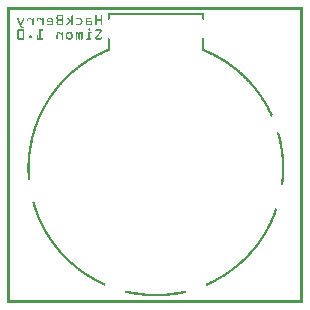
<source format=gbo>
G04 MADE WITH FRITZING*
G04 WWW.FRITZING.ORG*
G04 DOUBLE SIDED*
G04 HOLES PLATED*
G04 CONTOUR ON CENTER OF CONTOUR VECTOR*
%ASAXBY*%
%FSLAX23Y23*%
%MOIN*%
%OFA0B0*%
%SFA1.0B1.0*%
%ADD10C,0.008000*%
%ADD11R,0.001000X0.001000*%
%LNSILK0*%
G90*
G70*
G54D10*
X653Y961D02*
X338Y961D01*
G54D11*
X0Y984D02*
X983Y984D01*
X0Y983D02*
X983Y983D01*
X0Y982D02*
X983Y982D01*
X0Y981D02*
X983Y981D01*
X0Y980D02*
X983Y980D01*
X0Y979D02*
X983Y979D01*
X0Y978D02*
X983Y978D01*
X0Y977D02*
X983Y977D01*
X0Y976D02*
X7Y976D01*
X976Y976D02*
X983Y976D01*
X0Y975D02*
X7Y975D01*
X976Y975D02*
X983Y975D01*
X0Y974D02*
X7Y974D01*
X976Y974D02*
X983Y974D01*
X0Y973D02*
X7Y973D01*
X976Y973D02*
X983Y973D01*
X0Y972D02*
X7Y972D01*
X976Y972D02*
X983Y972D01*
X0Y971D02*
X7Y971D01*
X976Y971D02*
X983Y971D01*
X0Y970D02*
X7Y970D01*
X976Y970D02*
X983Y970D01*
X0Y969D02*
X7Y969D01*
X976Y969D02*
X983Y969D01*
X0Y968D02*
X7Y968D01*
X976Y968D02*
X983Y968D01*
X0Y967D02*
X7Y967D01*
X976Y967D02*
X983Y967D01*
X0Y966D02*
X7Y966D01*
X976Y966D02*
X983Y966D01*
X0Y965D02*
X7Y965D01*
X976Y965D02*
X983Y965D01*
X0Y964D02*
X7Y964D01*
X335Y964D02*
X339Y964D01*
X650Y964D02*
X654Y964D01*
X976Y964D02*
X983Y964D01*
X0Y963D02*
X7Y963D01*
X334Y963D02*
X340Y963D01*
X649Y963D02*
X655Y963D01*
X976Y963D02*
X983Y963D01*
X0Y962D02*
X7Y962D01*
X334Y962D02*
X340Y962D01*
X649Y962D02*
X655Y962D01*
X976Y962D02*
X983Y962D01*
X0Y961D02*
X7Y961D01*
X334Y961D02*
X341Y961D01*
X649Y961D02*
X655Y961D01*
X976Y961D02*
X983Y961D01*
X0Y960D02*
X7Y960D01*
X334Y960D02*
X341Y960D01*
X648Y960D02*
X656Y960D01*
X976Y960D02*
X983Y960D01*
X0Y959D02*
X7Y959D01*
X169Y959D02*
X185Y959D01*
X214Y959D02*
X216Y959D01*
X294Y959D02*
X296Y959D01*
X312Y959D02*
X314Y959D01*
X334Y959D02*
X341Y959D01*
X648Y959D02*
X656Y959D01*
X976Y959D02*
X983Y959D01*
X0Y958D02*
X7Y958D01*
X167Y958D02*
X185Y958D01*
X214Y958D02*
X217Y958D01*
X293Y958D02*
X297Y958D01*
X311Y958D02*
X314Y958D01*
X334Y958D02*
X341Y958D01*
X648Y958D02*
X656Y958D01*
X976Y958D02*
X983Y958D01*
X0Y957D02*
X7Y957D01*
X166Y957D02*
X185Y957D01*
X214Y957D02*
X217Y957D01*
X293Y957D02*
X297Y957D01*
X311Y957D02*
X315Y957D01*
X334Y957D02*
X341Y957D01*
X648Y957D02*
X656Y957D01*
X976Y957D02*
X983Y957D01*
X0Y956D02*
X7Y956D01*
X165Y956D02*
X185Y956D01*
X213Y956D02*
X217Y956D01*
X293Y956D02*
X297Y956D01*
X311Y956D02*
X315Y956D01*
X334Y956D02*
X341Y956D01*
X648Y956D02*
X656Y956D01*
X976Y956D02*
X983Y956D01*
X0Y955D02*
X7Y955D01*
X164Y955D02*
X170Y955D01*
X181Y955D02*
X185Y955D01*
X213Y955D02*
X217Y955D01*
X293Y955D02*
X297Y955D01*
X311Y955D02*
X315Y955D01*
X334Y955D02*
X341Y955D01*
X648Y955D02*
X656Y955D01*
X976Y955D02*
X983Y955D01*
X0Y954D02*
X7Y954D01*
X164Y954D02*
X168Y954D01*
X181Y954D02*
X185Y954D01*
X213Y954D02*
X217Y954D01*
X293Y954D02*
X297Y954D01*
X311Y954D02*
X315Y954D01*
X334Y954D02*
X341Y954D01*
X648Y954D02*
X656Y954D01*
X976Y954D02*
X983Y954D01*
X0Y953D02*
X7Y953D01*
X163Y953D02*
X167Y953D01*
X181Y953D02*
X185Y953D01*
X213Y953D02*
X217Y953D01*
X293Y953D02*
X297Y953D01*
X311Y953D02*
X315Y953D01*
X334Y953D02*
X341Y953D01*
X648Y953D02*
X656Y953D01*
X976Y953D02*
X983Y953D01*
X0Y952D02*
X7Y952D01*
X163Y952D02*
X167Y952D01*
X181Y952D02*
X185Y952D01*
X213Y952D02*
X217Y952D01*
X293Y952D02*
X297Y952D01*
X311Y952D02*
X315Y952D01*
X334Y952D02*
X341Y952D01*
X648Y952D02*
X656Y952D01*
X976Y952D02*
X983Y952D01*
X0Y951D02*
X7Y951D01*
X163Y951D02*
X167Y951D01*
X181Y951D02*
X185Y951D01*
X213Y951D02*
X217Y951D01*
X293Y951D02*
X297Y951D01*
X311Y951D02*
X315Y951D01*
X334Y951D02*
X341Y951D01*
X648Y951D02*
X656Y951D01*
X976Y951D02*
X983Y951D01*
X0Y950D02*
X7Y950D01*
X35Y950D02*
X35Y950D01*
X53Y950D02*
X53Y950D01*
X71Y950D02*
X77Y950D01*
X85Y950D02*
X86Y950D01*
X103Y950D02*
X109Y950D01*
X118Y950D02*
X118Y950D01*
X138Y950D02*
X145Y950D01*
X163Y950D02*
X167Y950D01*
X181Y950D02*
X185Y950D01*
X199Y950D02*
X200Y950D01*
X213Y950D02*
X217Y950D01*
X230Y950D02*
X240Y950D01*
X266Y950D02*
X276Y950D01*
X293Y950D02*
X297Y950D01*
X311Y950D02*
X315Y950D01*
X334Y950D02*
X341Y950D01*
X648Y950D02*
X656Y950D01*
X976Y950D02*
X983Y950D01*
X0Y949D02*
X7Y949D01*
X33Y949D02*
X36Y949D01*
X51Y949D02*
X54Y949D01*
X69Y949D02*
X78Y949D01*
X84Y949D02*
X87Y949D01*
X101Y949D02*
X111Y949D01*
X116Y949D02*
X119Y949D01*
X135Y949D02*
X147Y949D01*
X163Y949D02*
X167Y949D01*
X181Y949D02*
X185Y949D01*
X198Y949D02*
X201Y949D01*
X213Y949D02*
X217Y949D01*
X229Y949D02*
X243Y949D01*
X264Y949D02*
X277Y949D01*
X293Y949D02*
X297Y949D01*
X311Y949D02*
X315Y949D01*
X334Y949D02*
X341Y949D01*
X648Y949D02*
X656Y949D01*
X976Y949D02*
X983Y949D01*
X0Y948D02*
X7Y948D01*
X33Y948D02*
X37Y948D01*
X51Y948D02*
X55Y948D01*
X68Y948D02*
X79Y948D01*
X84Y948D02*
X87Y948D01*
X100Y948D02*
X112Y948D01*
X116Y948D02*
X120Y948D01*
X134Y948D02*
X149Y948D01*
X163Y948D02*
X167Y948D01*
X181Y948D02*
X185Y948D01*
X198Y948D02*
X203Y948D01*
X213Y948D02*
X217Y948D01*
X228Y948D02*
X244Y948D01*
X263Y948D02*
X278Y948D01*
X293Y948D02*
X297Y948D01*
X311Y948D02*
X315Y948D01*
X334Y948D02*
X341Y948D01*
X648Y948D02*
X656Y948D01*
X976Y948D02*
X983Y948D01*
X0Y947D02*
X7Y947D01*
X33Y947D02*
X37Y947D01*
X51Y947D02*
X55Y947D01*
X67Y947D02*
X80Y947D01*
X83Y947D02*
X87Y947D01*
X99Y947D02*
X113Y947D01*
X116Y947D02*
X120Y947D01*
X133Y947D02*
X150Y947D01*
X163Y947D02*
X167Y947D01*
X181Y947D02*
X185Y947D01*
X198Y947D02*
X204Y947D01*
X213Y947D02*
X217Y947D01*
X228Y947D02*
X245Y947D01*
X262Y947D02*
X277Y947D01*
X293Y947D02*
X297Y947D01*
X311Y947D02*
X315Y947D01*
X334Y947D02*
X340Y947D01*
X648Y947D02*
X656Y947D01*
X976Y947D02*
X983Y947D01*
X0Y946D02*
X7Y946D01*
X33Y946D02*
X37Y946D01*
X51Y946D02*
X55Y946D01*
X66Y946D02*
X87Y946D01*
X99Y946D02*
X114Y946D01*
X116Y946D02*
X120Y946D01*
X132Y946D02*
X151Y946D01*
X164Y946D02*
X168Y946D01*
X181Y946D02*
X185Y946D01*
X199Y946D02*
X205Y946D01*
X213Y946D02*
X217Y946D01*
X229Y946D02*
X246Y946D01*
X262Y946D02*
X276Y946D01*
X293Y946D02*
X297Y946D01*
X311Y946D02*
X315Y946D01*
X334Y946D02*
X339Y946D01*
X649Y946D02*
X656Y946D01*
X976Y946D02*
X983Y946D01*
X0Y945D02*
X7Y945D01*
X33Y945D02*
X37Y945D01*
X51Y945D02*
X55Y945D01*
X66Y945D02*
X70Y945D01*
X77Y945D02*
X87Y945D01*
X98Y945D02*
X102Y945D01*
X109Y945D02*
X120Y945D01*
X131Y945D02*
X136Y945D01*
X146Y945D02*
X151Y945D01*
X164Y945D02*
X169Y945D01*
X181Y945D02*
X185Y945D01*
X200Y945D02*
X206Y945D01*
X213Y945D02*
X217Y945D01*
X241Y945D02*
X247Y945D01*
X261Y945D02*
X266Y945D01*
X293Y945D02*
X297Y945D01*
X311Y945D02*
X315Y945D01*
X334Y945D02*
X338Y945D01*
X650Y945D02*
X656Y945D01*
X976Y945D02*
X983Y945D01*
X0Y944D02*
X7Y944D01*
X33Y944D02*
X37Y944D01*
X51Y944D02*
X55Y944D01*
X66Y944D02*
X69Y944D01*
X78Y944D02*
X87Y944D01*
X98Y944D02*
X102Y944D01*
X110Y944D02*
X120Y944D01*
X131Y944D02*
X135Y944D01*
X147Y944D02*
X152Y944D01*
X165Y944D02*
X185Y944D01*
X201Y944D02*
X207Y944D01*
X213Y944D02*
X217Y944D01*
X243Y944D02*
X248Y944D01*
X261Y944D02*
X265Y944D01*
X293Y944D02*
X315Y944D01*
X334Y944D02*
X337Y944D01*
X651Y944D02*
X656Y944D01*
X976Y944D02*
X983Y944D01*
X0Y943D02*
X7Y943D01*
X33Y943D02*
X37Y943D01*
X50Y943D02*
X54Y943D01*
X66Y943D02*
X69Y943D01*
X79Y943D02*
X87Y943D01*
X98Y943D02*
X102Y943D01*
X112Y943D02*
X120Y943D01*
X131Y943D02*
X134Y943D01*
X148Y943D02*
X152Y943D01*
X166Y943D02*
X185Y943D01*
X202Y943D02*
X208Y943D01*
X213Y943D02*
X217Y943D01*
X244Y943D02*
X249Y943D01*
X261Y943D02*
X265Y943D01*
X293Y943D02*
X315Y943D01*
X334Y943D02*
X336Y943D01*
X652Y943D02*
X656Y943D01*
X976Y943D02*
X983Y943D01*
X0Y942D02*
X7Y942D01*
X34Y942D02*
X38Y942D01*
X50Y942D02*
X54Y942D01*
X66Y942D02*
X69Y942D01*
X80Y942D02*
X87Y942D01*
X98Y942D02*
X102Y942D01*
X113Y942D02*
X120Y942D01*
X131Y942D02*
X134Y942D01*
X148Y942D02*
X152Y942D01*
X166Y942D02*
X185Y942D01*
X204Y942D02*
X210Y942D01*
X213Y942D02*
X217Y942D01*
X245Y942D02*
X249Y942D01*
X261Y942D02*
X265Y942D01*
X293Y942D02*
X315Y942D01*
X334Y942D02*
X335Y942D01*
X653Y942D02*
X656Y942D01*
X976Y942D02*
X983Y942D01*
X0Y941D02*
X7Y941D01*
X34Y941D02*
X38Y941D01*
X49Y941D02*
X53Y941D01*
X66Y941D02*
X69Y941D01*
X81Y941D02*
X87Y941D01*
X99Y941D02*
X101Y941D01*
X114Y941D02*
X120Y941D01*
X131Y941D02*
X134Y941D01*
X148Y941D02*
X152Y941D01*
X165Y941D02*
X185Y941D01*
X205Y941D02*
X211Y941D01*
X213Y941D02*
X217Y941D01*
X246Y941D02*
X249Y941D01*
X261Y941D02*
X265Y941D01*
X293Y941D02*
X315Y941D01*
X334Y941D02*
X334Y941D01*
X654Y941D02*
X656Y941D01*
X976Y941D02*
X983Y941D01*
X0Y940D02*
X7Y940D01*
X35Y940D02*
X39Y940D01*
X49Y940D02*
X53Y940D01*
X83Y940D02*
X87Y940D01*
X100Y940D02*
X100Y940D01*
X115Y940D02*
X120Y940D01*
X131Y940D02*
X134Y940D01*
X148Y940D02*
X152Y940D01*
X164Y940D02*
X185Y940D01*
X206Y940D02*
X217Y940D01*
X246Y940D02*
X250Y940D01*
X261Y940D02*
X278Y940D01*
X293Y940D02*
X315Y940D01*
X655Y940D02*
X656Y940D01*
X976Y940D02*
X983Y940D01*
X0Y939D02*
X7Y939D01*
X35Y939D02*
X39Y939D01*
X49Y939D02*
X53Y939D01*
X83Y939D02*
X87Y939D01*
X116Y939D02*
X120Y939D01*
X131Y939D02*
X134Y939D01*
X148Y939D02*
X152Y939D01*
X164Y939D02*
X169Y939D01*
X181Y939D02*
X185Y939D01*
X207Y939D02*
X217Y939D01*
X246Y939D02*
X250Y939D01*
X261Y939D02*
X280Y939D01*
X293Y939D02*
X297Y939D01*
X311Y939D02*
X315Y939D01*
X656Y939D02*
X656Y939D01*
X976Y939D02*
X983Y939D01*
X0Y938D02*
X7Y938D01*
X36Y938D02*
X40Y938D01*
X48Y938D02*
X52Y938D01*
X83Y938D02*
X87Y938D01*
X116Y938D02*
X120Y938D01*
X131Y938D02*
X152Y938D01*
X164Y938D02*
X168Y938D01*
X181Y938D02*
X185Y938D01*
X207Y938D02*
X217Y938D01*
X246Y938D02*
X250Y938D01*
X261Y938D02*
X281Y938D01*
X293Y938D02*
X297Y938D01*
X311Y938D02*
X315Y938D01*
X976Y938D02*
X983Y938D01*
X0Y937D02*
X7Y937D01*
X36Y937D02*
X40Y937D01*
X48Y937D02*
X52Y937D01*
X83Y937D02*
X87Y937D01*
X116Y937D02*
X120Y937D01*
X131Y937D02*
X152Y937D01*
X163Y937D02*
X167Y937D01*
X181Y937D02*
X185Y937D01*
X206Y937D02*
X217Y937D01*
X246Y937D02*
X250Y937D01*
X261Y937D02*
X281Y937D01*
X293Y937D02*
X297Y937D01*
X311Y937D02*
X315Y937D01*
X976Y937D02*
X983Y937D01*
X0Y936D02*
X7Y936D01*
X37Y936D02*
X41Y936D01*
X47Y936D02*
X51Y936D01*
X83Y936D02*
X87Y936D01*
X116Y936D02*
X120Y936D01*
X131Y936D02*
X152Y936D01*
X163Y936D02*
X167Y936D01*
X181Y936D02*
X185Y936D01*
X205Y936D02*
X217Y936D01*
X246Y936D02*
X250Y936D01*
X261Y936D02*
X266Y936D01*
X277Y936D02*
X282Y936D01*
X293Y936D02*
X297Y936D01*
X311Y936D02*
X315Y936D01*
X976Y936D02*
X983Y936D01*
X0Y935D02*
X7Y935D01*
X37Y935D02*
X41Y935D01*
X47Y935D02*
X51Y935D01*
X83Y935D02*
X87Y935D01*
X116Y935D02*
X120Y935D01*
X131Y935D02*
X152Y935D01*
X163Y935D02*
X167Y935D01*
X181Y935D02*
X185Y935D01*
X204Y935D02*
X210Y935D01*
X212Y935D02*
X217Y935D01*
X246Y935D02*
X250Y935D01*
X261Y935D02*
X265Y935D01*
X278Y935D02*
X282Y935D01*
X293Y935D02*
X297Y935D01*
X311Y935D02*
X315Y935D01*
X976Y935D02*
X983Y935D01*
X0Y934D02*
X7Y934D01*
X37Y934D02*
X41Y934D01*
X46Y934D02*
X50Y934D01*
X83Y934D02*
X87Y934D01*
X116Y934D02*
X120Y934D01*
X148Y934D02*
X152Y934D01*
X163Y934D02*
X167Y934D01*
X181Y934D02*
X185Y934D01*
X203Y934D02*
X209Y934D01*
X213Y934D02*
X217Y934D01*
X246Y934D02*
X249Y934D01*
X261Y934D02*
X264Y934D01*
X278Y934D02*
X282Y934D01*
X293Y934D02*
X297Y934D01*
X311Y934D02*
X315Y934D01*
X976Y934D02*
X983Y934D01*
X0Y933D02*
X7Y933D01*
X38Y933D02*
X42Y933D01*
X46Y933D02*
X50Y933D01*
X83Y933D02*
X87Y933D01*
X116Y933D02*
X120Y933D01*
X148Y933D02*
X152Y933D01*
X163Y933D02*
X167Y933D01*
X181Y933D02*
X185Y933D01*
X202Y933D02*
X208Y933D01*
X213Y933D02*
X217Y933D01*
X245Y933D02*
X249Y933D01*
X261Y933D02*
X264Y933D01*
X278Y933D02*
X282Y933D01*
X293Y933D02*
X297Y933D01*
X311Y933D02*
X315Y933D01*
X976Y933D02*
X983Y933D01*
X0Y932D02*
X7Y932D01*
X38Y932D02*
X42Y932D01*
X46Y932D02*
X49Y932D01*
X83Y932D02*
X87Y932D01*
X116Y932D02*
X120Y932D01*
X148Y932D02*
X152Y932D01*
X163Y932D02*
X167Y932D01*
X181Y932D02*
X185Y932D01*
X200Y932D02*
X206Y932D01*
X213Y932D02*
X217Y932D01*
X244Y932D02*
X249Y932D01*
X261Y932D02*
X265Y932D01*
X278Y932D02*
X282Y932D01*
X293Y932D02*
X297Y932D01*
X311Y932D02*
X315Y932D01*
X976Y932D02*
X983Y932D01*
X0Y931D02*
X7Y931D01*
X39Y931D02*
X49Y931D01*
X83Y931D02*
X87Y931D01*
X116Y931D02*
X120Y931D01*
X148Y931D02*
X152Y931D01*
X164Y931D02*
X168Y931D01*
X181Y931D02*
X185Y931D01*
X199Y931D02*
X205Y931D01*
X213Y931D02*
X217Y931D01*
X243Y931D02*
X248Y931D01*
X261Y931D02*
X266Y931D01*
X278Y931D02*
X282Y931D01*
X293Y931D02*
X297Y931D01*
X311Y931D02*
X315Y931D01*
X976Y931D02*
X983Y931D01*
X0Y930D02*
X7Y930D01*
X39Y930D02*
X49Y930D01*
X83Y930D02*
X87Y930D01*
X116Y930D02*
X120Y930D01*
X146Y930D02*
X151Y930D01*
X164Y930D02*
X169Y930D01*
X181Y930D02*
X185Y930D01*
X198Y930D02*
X204Y930D01*
X213Y930D02*
X217Y930D01*
X242Y930D02*
X248Y930D01*
X261Y930D02*
X268Y930D01*
X278Y930D02*
X282Y930D01*
X293Y930D02*
X297Y930D01*
X311Y930D02*
X315Y930D01*
X976Y930D02*
X983Y930D01*
X0Y929D02*
X7Y929D01*
X40Y929D02*
X48Y929D01*
X83Y929D02*
X87Y929D01*
X116Y929D02*
X120Y929D01*
X132Y929D02*
X151Y929D01*
X165Y929D02*
X185Y929D01*
X197Y929D02*
X203Y929D01*
X213Y929D02*
X217Y929D01*
X230Y929D02*
X247Y929D01*
X261Y929D02*
X282Y929D01*
X293Y929D02*
X297Y929D01*
X311Y929D02*
X315Y929D01*
X976Y929D02*
X983Y929D01*
X0Y928D02*
X7Y928D01*
X40Y928D02*
X48Y928D01*
X83Y928D02*
X87Y928D01*
X116Y928D02*
X120Y928D01*
X131Y928D02*
X150Y928D01*
X165Y928D02*
X185Y928D01*
X196Y928D02*
X202Y928D01*
X213Y928D02*
X217Y928D01*
X228Y928D02*
X245Y928D01*
X261Y928D02*
X281Y928D01*
X293Y928D02*
X297Y928D01*
X311Y928D02*
X315Y928D01*
X976Y928D02*
X983Y928D01*
X0Y927D02*
X7Y927D01*
X40Y927D02*
X47Y927D01*
X84Y927D02*
X87Y927D01*
X116Y927D02*
X120Y927D01*
X131Y927D02*
X149Y927D01*
X166Y927D02*
X185Y927D01*
X196Y927D02*
X201Y927D01*
X214Y927D02*
X217Y927D01*
X228Y927D02*
X244Y927D01*
X261Y927D02*
X280Y927D01*
X293Y927D02*
X297Y927D01*
X311Y927D02*
X315Y927D01*
X976Y927D02*
X983Y927D01*
X0Y926D02*
X7Y926D01*
X41Y926D02*
X45Y926D01*
X84Y926D02*
X87Y926D01*
X116Y926D02*
X119Y926D01*
X131Y926D02*
X148Y926D01*
X168Y926D02*
X185Y926D01*
X196Y926D02*
X199Y926D01*
X214Y926D02*
X217Y926D01*
X228Y926D02*
X243Y926D01*
X261Y926D02*
X264Y926D01*
X267Y926D02*
X279Y926D01*
X293Y926D02*
X296Y926D01*
X311Y926D02*
X314Y926D01*
X976Y926D02*
X983Y926D01*
X0Y925D02*
X7Y925D01*
X41Y925D02*
X45Y925D01*
X85Y925D02*
X86Y925D01*
X117Y925D02*
X118Y925D01*
X132Y925D02*
X146Y925D01*
X170Y925D02*
X184Y925D01*
X197Y925D02*
X198Y925D01*
X215Y925D02*
X216Y925D01*
X229Y925D02*
X241Y925D01*
X262Y925D02*
X263Y925D01*
X268Y925D02*
X277Y925D01*
X294Y925D02*
X296Y925D01*
X312Y925D02*
X313Y925D01*
X976Y925D02*
X983Y925D01*
X0Y924D02*
X7Y924D01*
X42Y924D02*
X46Y924D01*
X976Y924D02*
X983Y924D01*
X0Y923D02*
X7Y923D01*
X42Y923D02*
X46Y923D01*
X976Y923D02*
X983Y923D01*
X0Y922D02*
X7Y922D01*
X43Y922D02*
X47Y922D01*
X976Y922D02*
X983Y922D01*
X0Y921D02*
X7Y921D01*
X43Y921D02*
X47Y921D01*
X976Y921D02*
X983Y921D01*
X0Y920D02*
X7Y920D01*
X44Y920D02*
X48Y920D01*
X976Y920D02*
X983Y920D01*
X0Y919D02*
X7Y919D01*
X44Y919D02*
X54Y919D01*
X976Y919D02*
X983Y919D01*
X0Y918D02*
X7Y918D01*
X44Y918D02*
X54Y918D01*
X976Y918D02*
X983Y918D01*
X0Y917D02*
X7Y917D01*
X45Y917D02*
X54Y917D01*
X976Y917D02*
X983Y917D01*
X0Y916D02*
X7Y916D01*
X45Y916D02*
X54Y916D01*
X976Y916D02*
X983Y916D01*
X0Y915D02*
X7Y915D01*
X976Y915D02*
X983Y915D01*
X0Y914D02*
X7Y914D01*
X272Y914D02*
X273Y914D01*
X976Y914D02*
X983Y914D01*
X0Y913D02*
X7Y913D01*
X270Y913D02*
X275Y913D01*
X976Y913D02*
X983Y913D01*
X0Y912D02*
X7Y912D01*
X37Y912D02*
X50Y912D01*
X107Y912D02*
X118Y912D01*
X270Y912D02*
X275Y912D01*
X298Y912D02*
X310Y912D01*
X976Y912D02*
X983Y912D01*
X0Y911D02*
X7Y911D01*
X35Y911D02*
X53Y911D01*
X107Y911D02*
X119Y911D01*
X270Y911D02*
X275Y911D01*
X296Y911D02*
X312Y911D01*
X976Y911D02*
X983Y911D01*
X0Y910D02*
X7Y910D01*
X34Y910D02*
X54Y910D01*
X107Y910D02*
X119Y910D01*
X270Y910D02*
X275Y910D01*
X295Y910D02*
X313Y910D01*
X976Y910D02*
X983Y910D01*
X0Y909D02*
X7Y909D01*
X33Y909D02*
X54Y909D01*
X107Y909D02*
X119Y909D01*
X270Y909D02*
X275Y909D01*
X294Y909D02*
X314Y909D01*
X976Y909D02*
X983Y909D01*
X0Y908D02*
X7Y908D01*
X33Y908D02*
X54Y908D01*
X107Y908D02*
X118Y908D01*
X271Y908D02*
X274Y908D01*
X293Y908D02*
X314Y908D01*
X976Y908D02*
X983Y908D01*
X0Y907D02*
X7Y907D01*
X33Y907D02*
X37Y907D01*
X51Y907D02*
X54Y907D01*
X107Y907D02*
X111Y907D01*
X293Y907D02*
X297Y907D01*
X311Y907D02*
X314Y907D01*
X976Y907D02*
X983Y907D01*
X0Y906D02*
X7Y906D01*
X33Y906D02*
X37Y906D01*
X51Y906D02*
X54Y906D01*
X107Y906D02*
X111Y906D01*
X293Y906D02*
X297Y906D01*
X310Y906D02*
X314Y906D01*
X976Y906D02*
X983Y906D01*
X0Y905D02*
X7Y905D01*
X33Y905D02*
X37Y905D01*
X51Y905D02*
X54Y905D01*
X107Y905D02*
X111Y905D01*
X293Y905D02*
X296Y905D01*
X310Y905D02*
X314Y905D01*
X976Y905D02*
X983Y905D01*
X0Y904D02*
X7Y904D01*
X33Y904D02*
X37Y904D01*
X51Y904D02*
X54Y904D01*
X107Y904D02*
X111Y904D01*
X294Y904D02*
X295Y904D01*
X309Y904D02*
X314Y904D01*
X976Y904D02*
X983Y904D01*
X0Y903D02*
X7Y903D01*
X33Y903D02*
X37Y903D01*
X51Y903D02*
X54Y903D01*
X107Y903D02*
X111Y903D01*
X308Y903D02*
X313Y903D01*
X976Y903D02*
X983Y903D01*
X0Y902D02*
X7Y902D01*
X33Y902D02*
X37Y902D01*
X51Y902D02*
X54Y902D01*
X107Y902D02*
X111Y902D01*
X168Y902D02*
X175Y902D01*
X182Y902D02*
X184Y902D01*
X201Y902D02*
X211Y902D01*
X232Y902D02*
X235Y902D01*
X240Y902D02*
X244Y902D01*
X247Y902D02*
X249Y902D01*
X270Y902D02*
X279Y902D01*
X307Y902D02*
X312Y902D01*
X976Y902D02*
X983Y902D01*
X0Y901D02*
X7Y901D01*
X33Y901D02*
X37Y901D01*
X51Y901D02*
X54Y901D01*
X107Y901D02*
X111Y901D01*
X166Y901D02*
X176Y901D01*
X181Y901D02*
X184Y901D01*
X200Y901D02*
X213Y901D01*
X230Y901D02*
X236Y901D01*
X239Y901D02*
X250Y901D01*
X270Y901D02*
X280Y901D01*
X306Y901D02*
X311Y901D01*
X976Y901D02*
X983Y901D01*
X0Y900D02*
X7Y900D01*
X33Y900D02*
X37Y900D01*
X51Y900D02*
X54Y900D01*
X107Y900D02*
X111Y900D01*
X165Y900D02*
X178Y900D01*
X181Y900D02*
X184Y900D01*
X198Y900D02*
X214Y900D01*
X229Y900D02*
X250Y900D01*
X270Y900D02*
X280Y900D01*
X306Y900D02*
X310Y900D01*
X976Y900D02*
X983Y900D01*
X0Y899D02*
X7Y899D01*
X33Y899D02*
X37Y899D01*
X51Y899D02*
X54Y899D01*
X107Y899D02*
X111Y899D01*
X165Y899D02*
X184Y899D01*
X197Y899D02*
X215Y899D01*
X229Y899D02*
X250Y899D01*
X270Y899D02*
X279Y899D01*
X305Y899D02*
X310Y899D01*
X976Y899D02*
X983Y899D01*
X0Y898D02*
X7Y898D01*
X33Y898D02*
X37Y898D01*
X51Y898D02*
X54Y898D01*
X107Y898D02*
X111Y898D01*
X164Y898D02*
X169Y898D01*
X173Y898D02*
X184Y898D01*
X197Y898D02*
X203Y898D01*
X210Y898D02*
X216Y898D01*
X229Y898D02*
X250Y898D01*
X270Y898D02*
X273Y898D01*
X304Y898D02*
X309Y898D01*
X976Y898D02*
X983Y898D01*
X0Y897D02*
X7Y897D01*
X33Y897D02*
X37Y897D01*
X51Y897D02*
X54Y897D01*
X107Y897D02*
X111Y897D01*
X164Y897D02*
X168Y897D01*
X175Y897D02*
X184Y897D01*
X196Y897D02*
X201Y897D01*
X212Y897D02*
X216Y897D01*
X228Y897D02*
X232Y897D01*
X235Y897D02*
X241Y897D01*
X244Y897D02*
X250Y897D01*
X270Y897D02*
X273Y897D01*
X303Y897D02*
X308Y897D01*
X976Y897D02*
X983Y897D01*
X0Y896D02*
X7Y896D01*
X33Y896D02*
X37Y896D01*
X51Y896D02*
X54Y896D01*
X107Y896D02*
X111Y896D01*
X164Y896D02*
X167Y896D01*
X177Y896D02*
X184Y896D01*
X196Y896D02*
X200Y896D01*
X213Y896D02*
X217Y896D01*
X228Y896D02*
X232Y896D01*
X236Y896D02*
X241Y896D01*
X245Y896D02*
X250Y896D01*
X270Y896D02*
X273Y896D01*
X303Y896D02*
X307Y896D01*
X976Y896D02*
X983Y896D01*
X0Y895D02*
X7Y895D01*
X33Y895D02*
X37Y895D01*
X51Y895D02*
X54Y895D01*
X107Y895D02*
X111Y895D01*
X164Y895D02*
X167Y895D01*
X178Y895D02*
X184Y895D01*
X196Y895D02*
X199Y895D01*
X213Y895D02*
X217Y895D01*
X228Y895D02*
X232Y895D01*
X237Y895D02*
X241Y895D01*
X246Y895D02*
X250Y895D01*
X270Y895D02*
X273Y895D01*
X302Y895D02*
X307Y895D01*
X976Y895D02*
X983Y895D01*
X0Y894D02*
X7Y894D01*
X33Y894D02*
X37Y894D01*
X51Y894D02*
X54Y894D01*
X107Y894D02*
X111Y894D01*
X164Y894D02*
X167Y894D01*
X180Y894D02*
X184Y894D01*
X196Y894D02*
X199Y894D01*
X213Y894D02*
X217Y894D01*
X228Y894D02*
X232Y894D01*
X237Y894D02*
X241Y894D01*
X246Y894D02*
X250Y894D01*
X270Y894D02*
X273Y894D01*
X301Y894D02*
X306Y894D01*
X976Y894D02*
X983Y894D01*
X0Y893D02*
X7Y893D01*
X33Y893D02*
X37Y893D01*
X51Y893D02*
X54Y893D01*
X107Y893D02*
X111Y893D01*
X164Y893D02*
X167Y893D01*
X181Y893D02*
X184Y893D01*
X196Y893D02*
X199Y893D01*
X213Y893D02*
X217Y893D01*
X228Y893D02*
X232Y893D01*
X237Y893D02*
X241Y893D01*
X246Y893D02*
X250Y893D01*
X270Y893D02*
X273Y893D01*
X300Y893D02*
X305Y893D01*
X976Y893D02*
X983Y893D01*
X0Y892D02*
X7Y892D01*
X33Y892D02*
X37Y892D01*
X51Y892D02*
X54Y892D01*
X99Y892D02*
X101Y892D01*
X107Y892D02*
X111Y892D01*
X164Y892D02*
X167Y892D01*
X181Y892D02*
X184Y892D01*
X196Y892D02*
X199Y892D01*
X213Y892D02*
X217Y892D01*
X228Y892D02*
X232Y892D01*
X237Y892D02*
X241Y892D01*
X246Y892D02*
X250Y892D01*
X270Y892D02*
X273Y892D01*
X299Y892D02*
X304Y892D01*
X976Y892D02*
X983Y892D01*
X0Y891D02*
X7Y891D01*
X33Y891D02*
X37Y891D01*
X51Y891D02*
X54Y891D01*
X74Y891D02*
X79Y891D01*
X98Y891D02*
X102Y891D01*
X107Y891D02*
X111Y891D01*
X163Y891D02*
X167Y891D01*
X181Y891D02*
X184Y891D01*
X196Y891D02*
X199Y891D01*
X213Y891D02*
X217Y891D01*
X228Y891D02*
X232Y891D01*
X237Y891D02*
X241Y891D01*
X246Y891D02*
X250Y891D01*
X270Y891D02*
X273Y891D01*
X299Y891D02*
X303Y891D01*
X976Y891D02*
X983Y891D01*
X0Y890D02*
X7Y890D01*
X33Y890D02*
X37Y890D01*
X51Y890D02*
X54Y890D01*
X73Y890D02*
X80Y890D01*
X98Y890D02*
X102Y890D01*
X107Y890D02*
X111Y890D01*
X163Y890D02*
X167Y890D01*
X181Y890D02*
X184Y890D01*
X196Y890D02*
X199Y890D01*
X213Y890D02*
X217Y890D01*
X228Y890D02*
X232Y890D01*
X237Y890D02*
X241Y890D01*
X246Y890D02*
X250Y890D01*
X270Y890D02*
X273Y890D01*
X298Y890D02*
X303Y890D01*
X976Y890D02*
X983Y890D01*
X0Y889D02*
X7Y889D01*
X33Y889D02*
X37Y889D01*
X51Y889D02*
X54Y889D01*
X72Y889D02*
X80Y889D01*
X98Y889D02*
X102Y889D01*
X107Y889D02*
X111Y889D01*
X163Y889D02*
X167Y889D01*
X181Y889D02*
X184Y889D01*
X196Y889D02*
X199Y889D01*
X213Y889D02*
X217Y889D01*
X228Y889D02*
X232Y889D01*
X237Y889D02*
X241Y889D01*
X246Y889D02*
X250Y889D01*
X270Y889D02*
X273Y889D01*
X297Y889D02*
X302Y889D01*
X976Y889D02*
X983Y889D01*
X0Y888D02*
X7Y888D01*
X33Y888D02*
X37Y888D01*
X51Y888D02*
X54Y888D01*
X72Y888D02*
X80Y888D01*
X98Y888D02*
X102Y888D01*
X107Y888D02*
X111Y888D01*
X163Y888D02*
X167Y888D01*
X181Y888D02*
X184Y888D01*
X196Y888D02*
X199Y888D01*
X213Y888D02*
X217Y888D01*
X228Y888D02*
X232Y888D01*
X237Y888D02*
X241Y888D01*
X246Y888D02*
X250Y888D01*
X270Y888D02*
X273Y888D01*
X296Y888D02*
X301Y888D01*
X976Y888D02*
X983Y888D01*
X0Y887D02*
X7Y887D01*
X33Y887D02*
X37Y887D01*
X51Y887D02*
X54Y887D01*
X72Y887D02*
X80Y887D01*
X98Y887D02*
X102Y887D01*
X107Y887D02*
X111Y887D01*
X163Y887D02*
X167Y887D01*
X181Y887D02*
X184Y887D01*
X196Y887D02*
X199Y887D01*
X213Y887D02*
X217Y887D01*
X228Y887D02*
X232Y887D01*
X237Y887D02*
X241Y887D01*
X246Y887D02*
X250Y887D01*
X270Y887D02*
X273Y887D01*
X296Y887D02*
X300Y887D01*
X656Y887D02*
X656Y887D01*
X976Y887D02*
X983Y887D01*
X0Y886D02*
X7Y886D01*
X33Y886D02*
X37Y886D01*
X51Y886D02*
X54Y886D01*
X72Y886D02*
X80Y886D01*
X98Y886D02*
X102Y886D01*
X107Y886D02*
X111Y886D01*
X163Y886D02*
X167Y886D01*
X181Y886D02*
X184Y886D01*
X196Y886D02*
X199Y886D01*
X213Y886D02*
X217Y886D01*
X228Y886D02*
X232Y886D01*
X237Y886D02*
X241Y886D01*
X246Y886D02*
X250Y886D01*
X270Y886D02*
X273Y886D01*
X295Y886D02*
X300Y886D01*
X655Y886D02*
X656Y886D01*
X976Y886D02*
X983Y886D01*
X0Y885D02*
X7Y885D01*
X33Y885D02*
X37Y885D01*
X51Y885D02*
X54Y885D01*
X72Y885D02*
X80Y885D01*
X98Y885D02*
X102Y885D01*
X107Y885D02*
X111Y885D01*
X163Y885D02*
X167Y885D01*
X181Y885D02*
X184Y885D01*
X196Y885D02*
X199Y885D01*
X213Y885D02*
X217Y885D01*
X228Y885D02*
X231Y885D01*
X237Y885D02*
X241Y885D01*
X246Y885D02*
X250Y885D01*
X270Y885D02*
X273Y885D01*
X294Y885D02*
X299Y885D01*
X312Y885D02*
X313Y885D01*
X334Y885D02*
X334Y885D01*
X654Y885D02*
X656Y885D01*
X976Y885D02*
X983Y885D01*
X0Y884D02*
X7Y884D01*
X33Y884D02*
X37Y884D01*
X51Y884D02*
X54Y884D01*
X73Y884D02*
X80Y884D01*
X98Y884D02*
X102Y884D01*
X107Y884D02*
X111Y884D01*
X163Y884D02*
X167Y884D01*
X181Y884D02*
X184Y884D01*
X196Y884D02*
X200Y884D01*
X213Y884D02*
X217Y884D01*
X228Y884D02*
X231Y884D01*
X237Y884D02*
X241Y884D01*
X246Y884D02*
X250Y884D01*
X270Y884D02*
X273Y884D01*
X293Y884D02*
X298Y884D01*
X311Y884D02*
X314Y884D01*
X334Y884D02*
X334Y884D01*
X654Y884D02*
X656Y884D01*
X976Y884D02*
X983Y884D01*
X0Y883D02*
X7Y883D01*
X33Y883D02*
X37Y883D01*
X51Y883D02*
X54Y883D01*
X74Y883D02*
X79Y883D01*
X98Y883D02*
X102Y883D01*
X107Y883D02*
X111Y883D01*
X163Y883D02*
X167Y883D01*
X181Y883D02*
X184Y883D01*
X196Y883D02*
X200Y883D01*
X212Y883D02*
X217Y883D01*
X228Y883D02*
X231Y883D01*
X237Y883D02*
X241Y883D01*
X246Y883D02*
X250Y883D01*
X270Y883D02*
X273Y883D01*
X293Y883D02*
X297Y883D01*
X311Y883D02*
X314Y883D01*
X334Y883D02*
X335Y883D01*
X653Y883D02*
X656Y883D01*
X976Y883D02*
X983Y883D01*
X0Y882D02*
X7Y882D01*
X33Y882D02*
X37Y882D01*
X51Y882D02*
X54Y882D01*
X98Y882D02*
X102Y882D01*
X107Y882D02*
X111Y882D01*
X163Y882D02*
X167Y882D01*
X181Y882D02*
X184Y882D01*
X196Y882D02*
X202Y882D01*
X211Y882D02*
X216Y882D01*
X228Y882D02*
X231Y882D01*
X237Y882D02*
X241Y882D01*
X246Y882D02*
X250Y882D01*
X269Y882D02*
X273Y882D01*
X293Y882D02*
X297Y882D01*
X310Y882D02*
X314Y882D01*
X334Y882D02*
X336Y882D01*
X652Y882D02*
X656Y882D01*
X976Y882D02*
X983Y882D01*
X0Y881D02*
X7Y881D01*
X33Y881D02*
X54Y881D01*
X98Y881D02*
X119Y881D01*
X163Y881D02*
X167Y881D01*
X181Y881D02*
X184Y881D01*
X197Y881D02*
X216Y881D01*
X228Y881D02*
X231Y881D01*
X237Y881D02*
X241Y881D01*
X246Y881D02*
X250Y881D01*
X264Y881D02*
X279Y881D01*
X293Y881D02*
X314Y881D01*
X334Y881D02*
X337Y881D01*
X650Y881D02*
X656Y881D01*
X976Y881D02*
X983Y881D01*
X0Y880D02*
X7Y880D01*
X33Y880D02*
X54Y880D01*
X98Y880D02*
X119Y880D01*
X163Y880D02*
X167Y880D01*
X181Y880D02*
X184Y880D01*
X198Y880D02*
X215Y880D01*
X228Y880D02*
X231Y880D01*
X237Y880D02*
X241Y880D01*
X246Y880D02*
X250Y880D01*
X263Y880D02*
X280Y880D01*
X294Y880D02*
X313Y880D01*
X334Y880D02*
X339Y880D01*
X649Y880D02*
X656Y880D01*
X976Y880D02*
X983Y880D01*
X0Y879D02*
X7Y879D01*
X34Y879D02*
X54Y879D01*
X98Y879D02*
X119Y879D01*
X163Y879D02*
X167Y879D01*
X181Y879D02*
X184Y879D01*
X199Y879D02*
X213Y879D01*
X228Y879D02*
X231Y879D01*
X237Y879D02*
X240Y879D01*
X246Y879D02*
X250Y879D01*
X263Y879D02*
X280Y879D01*
X294Y879D02*
X313Y879D01*
X334Y879D02*
X340Y879D01*
X648Y879D02*
X656Y879D01*
X976Y879D02*
X983Y879D01*
X0Y878D02*
X7Y878D01*
X35Y878D02*
X53Y878D01*
X99Y878D02*
X119Y878D01*
X164Y878D02*
X166Y878D01*
X181Y878D02*
X184Y878D01*
X201Y878D02*
X212Y878D01*
X228Y878D02*
X231Y878D01*
X238Y878D02*
X240Y878D01*
X247Y878D02*
X249Y878D01*
X263Y878D02*
X279Y878D01*
X295Y878D02*
X311Y878D01*
X334Y878D02*
X341Y878D01*
X648Y878D02*
X656Y878D01*
X976Y878D02*
X983Y878D01*
X0Y877D02*
X7Y877D01*
X334Y877D02*
X341Y877D01*
X648Y877D02*
X656Y877D01*
X976Y877D02*
X983Y877D01*
X0Y876D02*
X7Y876D01*
X334Y876D02*
X341Y876D01*
X648Y876D02*
X656Y876D01*
X976Y876D02*
X983Y876D01*
X0Y875D02*
X7Y875D01*
X334Y875D02*
X341Y875D01*
X648Y875D02*
X656Y875D01*
X976Y875D02*
X983Y875D01*
X0Y874D02*
X7Y874D01*
X334Y874D02*
X341Y874D01*
X648Y874D02*
X656Y874D01*
X976Y874D02*
X983Y874D01*
X0Y873D02*
X7Y873D01*
X334Y873D02*
X341Y873D01*
X648Y873D02*
X656Y873D01*
X976Y873D02*
X983Y873D01*
X0Y872D02*
X7Y872D01*
X334Y872D02*
X341Y872D01*
X648Y872D02*
X656Y872D01*
X976Y872D02*
X983Y872D01*
X0Y871D02*
X7Y871D01*
X334Y871D02*
X341Y871D01*
X648Y871D02*
X656Y871D01*
X976Y871D02*
X983Y871D01*
X0Y870D02*
X7Y870D01*
X334Y870D02*
X341Y870D01*
X648Y870D02*
X656Y870D01*
X976Y870D02*
X983Y870D01*
X0Y869D02*
X7Y869D01*
X334Y869D02*
X341Y869D01*
X648Y869D02*
X656Y869D01*
X976Y869D02*
X983Y869D01*
X0Y868D02*
X7Y868D01*
X334Y868D02*
X341Y868D01*
X648Y868D02*
X656Y868D01*
X976Y868D02*
X983Y868D01*
X0Y867D02*
X7Y867D01*
X334Y867D02*
X341Y867D01*
X648Y867D02*
X656Y867D01*
X976Y867D02*
X983Y867D01*
X0Y866D02*
X7Y866D01*
X334Y866D02*
X341Y866D01*
X648Y866D02*
X656Y866D01*
X976Y866D02*
X983Y866D01*
X0Y865D02*
X7Y865D01*
X334Y865D02*
X341Y865D01*
X648Y865D02*
X656Y865D01*
X976Y865D02*
X983Y865D01*
X0Y864D02*
X7Y864D01*
X334Y864D02*
X341Y864D01*
X648Y864D02*
X656Y864D01*
X976Y864D02*
X983Y864D01*
X0Y863D02*
X7Y863D01*
X334Y863D02*
X341Y863D01*
X648Y863D02*
X656Y863D01*
X976Y863D02*
X983Y863D01*
X0Y862D02*
X7Y862D01*
X334Y862D02*
X341Y862D01*
X648Y862D02*
X656Y862D01*
X976Y862D02*
X983Y862D01*
X0Y861D02*
X7Y861D01*
X334Y861D02*
X341Y861D01*
X648Y861D02*
X656Y861D01*
X976Y861D02*
X983Y861D01*
X0Y860D02*
X7Y860D01*
X334Y860D02*
X341Y860D01*
X648Y860D02*
X656Y860D01*
X976Y860D02*
X983Y860D01*
X0Y859D02*
X7Y859D01*
X334Y859D02*
X341Y859D01*
X648Y859D02*
X656Y859D01*
X976Y859D02*
X983Y859D01*
X0Y858D02*
X7Y858D01*
X334Y858D02*
X341Y858D01*
X648Y858D02*
X656Y858D01*
X976Y858D02*
X983Y858D01*
X0Y857D02*
X7Y857D01*
X334Y857D02*
X341Y857D01*
X648Y857D02*
X656Y857D01*
X976Y857D02*
X983Y857D01*
X0Y856D02*
X7Y856D01*
X334Y856D02*
X341Y856D01*
X648Y856D02*
X656Y856D01*
X976Y856D02*
X983Y856D01*
X0Y855D02*
X7Y855D01*
X334Y855D02*
X341Y855D01*
X648Y855D02*
X656Y855D01*
X976Y855D02*
X983Y855D01*
X0Y854D02*
X7Y854D01*
X334Y854D02*
X341Y854D01*
X648Y854D02*
X656Y854D01*
X976Y854D02*
X983Y854D01*
X0Y853D02*
X7Y853D01*
X334Y853D02*
X341Y853D01*
X648Y853D02*
X656Y853D01*
X976Y853D02*
X983Y853D01*
X0Y852D02*
X7Y852D01*
X334Y852D02*
X341Y852D01*
X648Y852D02*
X656Y852D01*
X976Y852D02*
X983Y852D01*
X0Y851D02*
X7Y851D01*
X334Y851D02*
X341Y851D01*
X648Y851D02*
X656Y851D01*
X976Y851D02*
X983Y851D01*
X0Y850D02*
X7Y850D01*
X334Y850D02*
X341Y850D01*
X648Y850D02*
X656Y850D01*
X976Y850D02*
X983Y850D01*
X0Y849D02*
X7Y849D01*
X334Y849D02*
X341Y849D01*
X648Y849D02*
X656Y849D01*
X976Y849D02*
X983Y849D01*
X0Y848D02*
X7Y848D01*
X334Y848D02*
X341Y848D01*
X648Y848D02*
X656Y848D01*
X976Y848D02*
X983Y848D01*
X0Y847D02*
X7Y847D01*
X334Y847D02*
X341Y847D01*
X648Y847D02*
X656Y847D01*
X976Y847D02*
X983Y847D01*
X0Y846D02*
X7Y846D01*
X334Y846D02*
X341Y846D01*
X648Y846D02*
X656Y846D01*
X976Y846D02*
X983Y846D01*
X0Y845D02*
X7Y845D01*
X332Y845D02*
X341Y845D01*
X648Y845D02*
X657Y845D01*
X976Y845D02*
X983Y845D01*
X0Y844D02*
X7Y844D01*
X330Y844D02*
X341Y844D01*
X648Y844D02*
X659Y844D01*
X976Y844D02*
X983Y844D01*
X0Y843D02*
X7Y843D01*
X328Y843D02*
X341Y843D01*
X649Y843D02*
X662Y843D01*
X976Y843D02*
X983Y843D01*
X0Y842D02*
X7Y842D01*
X325Y842D02*
X340Y842D01*
X649Y842D02*
X664Y842D01*
X976Y842D02*
X983Y842D01*
X0Y841D02*
X7Y841D01*
X323Y841D02*
X340Y841D01*
X649Y841D02*
X666Y841D01*
X976Y841D02*
X983Y841D01*
X0Y840D02*
X7Y840D01*
X320Y840D02*
X339Y840D01*
X650Y840D02*
X669Y840D01*
X976Y840D02*
X983Y840D01*
X0Y839D02*
X7Y839D01*
X318Y839D02*
X338Y839D01*
X652Y839D02*
X671Y839D01*
X976Y839D02*
X983Y839D01*
X0Y838D02*
X7Y838D01*
X316Y838D02*
X335Y838D01*
X654Y838D02*
X673Y838D01*
X976Y838D02*
X983Y838D01*
X0Y837D02*
X7Y837D01*
X314Y837D02*
X333Y837D01*
X656Y837D02*
X675Y837D01*
X976Y837D02*
X983Y837D01*
X0Y836D02*
X7Y836D01*
X312Y836D02*
X330Y836D01*
X659Y836D02*
X677Y836D01*
X976Y836D02*
X983Y836D01*
X0Y835D02*
X7Y835D01*
X310Y835D02*
X328Y835D01*
X661Y835D02*
X679Y835D01*
X976Y835D02*
X983Y835D01*
X0Y834D02*
X7Y834D01*
X308Y834D02*
X326Y834D01*
X663Y834D02*
X681Y834D01*
X976Y834D02*
X983Y834D01*
X0Y833D02*
X7Y833D01*
X306Y833D02*
X323Y833D01*
X666Y833D02*
X683Y833D01*
X976Y833D02*
X983Y833D01*
X0Y832D02*
X7Y832D01*
X304Y832D02*
X321Y832D01*
X668Y832D02*
X686Y832D01*
X976Y832D02*
X983Y832D01*
X0Y831D02*
X7Y831D01*
X302Y831D02*
X319Y831D01*
X670Y831D02*
X688Y831D01*
X976Y831D02*
X983Y831D01*
X0Y830D02*
X7Y830D01*
X300Y830D02*
X317Y830D01*
X672Y830D02*
X689Y830D01*
X976Y830D02*
X983Y830D01*
X0Y829D02*
X7Y829D01*
X298Y829D02*
X315Y829D01*
X674Y829D02*
X691Y829D01*
X976Y829D02*
X983Y829D01*
X0Y828D02*
X7Y828D01*
X296Y828D02*
X313Y828D01*
X676Y828D02*
X693Y828D01*
X976Y828D02*
X983Y828D01*
X0Y827D02*
X7Y827D01*
X294Y827D02*
X311Y827D01*
X678Y827D02*
X695Y827D01*
X976Y827D02*
X983Y827D01*
X0Y826D02*
X7Y826D01*
X292Y826D02*
X309Y826D01*
X681Y826D02*
X697Y826D01*
X976Y826D02*
X983Y826D01*
X0Y825D02*
X7Y825D01*
X290Y825D02*
X306Y825D01*
X683Y825D02*
X699Y825D01*
X976Y825D02*
X983Y825D01*
X0Y824D02*
X7Y824D01*
X288Y824D02*
X304Y824D01*
X685Y824D02*
X701Y824D01*
X976Y824D02*
X983Y824D01*
X0Y823D02*
X7Y823D01*
X287Y823D02*
X302Y823D01*
X687Y823D02*
X703Y823D01*
X976Y823D02*
X983Y823D01*
X0Y822D02*
X7Y822D01*
X285Y822D02*
X301Y822D01*
X689Y822D02*
X704Y822D01*
X976Y822D02*
X983Y822D01*
X0Y821D02*
X7Y821D01*
X283Y821D02*
X299Y821D01*
X690Y821D02*
X706Y821D01*
X976Y821D02*
X983Y821D01*
X0Y820D02*
X7Y820D01*
X281Y820D02*
X297Y820D01*
X692Y820D02*
X708Y820D01*
X976Y820D02*
X983Y820D01*
X0Y819D02*
X7Y819D01*
X280Y819D02*
X295Y819D01*
X694Y819D02*
X709Y819D01*
X976Y819D02*
X983Y819D01*
X0Y818D02*
X7Y818D01*
X278Y818D02*
X293Y818D01*
X696Y818D02*
X711Y818D01*
X976Y818D02*
X983Y818D01*
X0Y817D02*
X7Y817D01*
X276Y817D02*
X291Y817D01*
X698Y817D02*
X713Y817D01*
X976Y817D02*
X983Y817D01*
X0Y816D02*
X7Y816D01*
X275Y816D02*
X289Y816D01*
X700Y816D02*
X715Y816D01*
X976Y816D02*
X983Y816D01*
X0Y815D02*
X7Y815D01*
X273Y815D02*
X287Y815D01*
X702Y815D02*
X716Y815D01*
X976Y815D02*
X983Y815D01*
X0Y814D02*
X7Y814D01*
X271Y814D02*
X286Y814D01*
X703Y814D02*
X718Y814D01*
X976Y814D02*
X983Y814D01*
X0Y813D02*
X7Y813D01*
X270Y813D02*
X284Y813D01*
X705Y813D02*
X720Y813D01*
X976Y813D02*
X983Y813D01*
X0Y812D02*
X7Y812D01*
X268Y812D02*
X282Y812D01*
X707Y812D02*
X721Y812D01*
X976Y812D02*
X983Y812D01*
X0Y811D02*
X7Y811D01*
X266Y811D02*
X281Y811D01*
X708Y811D02*
X723Y811D01*
X976Y811D02*
X983Y811D01*
X0Y810D02*
X7Y810D01*
X265Y810D02*
X279Y810D01*
X710Y810D02*
X724Y810D01*
X976Y810D02*
X983Y810D01*
X0Y809D02*
X7Y809D01*
X263Y809D02*
X277Y809D01*
X712Y809D02*
X726Y809D01*
X976Y809D02*
X983Y809D01*
X0Y808D02*
X7Y808D01*
X262Y808D02*
X276Y808D01*
X713Y808D02*
X727Y808D01*
X976Y808D02*
X983Y808D01*
X0Y807D02*
X7Y807D01*
X260Y807D02*
X274Y807D01*
X715Y807D02*
X729Y807D01*
X976Y807D02*
X983Y807D01*
X0Y806D02*
X7Y806D01*
X259Y806D02*
X272Y806D01*
X717Y806D02*
X730Y806D01*
X976Y806D02*
X983Y806D01*
X0Y805D02*
X7Y805D01*
X257Y805D02*
X271Y805D01*
X718Y805D02*
X732Y805D01*
X976Y805D02*
X983Y805D01*
X0Y804D02*
X7Y804D01*
X256Y804D02*
X269Y804D01*
X720Y804D02*
X733Y804D01*
X976Y804D02*
X983Y804D01*
X0Y803D02*
X7Y803D01*
X254Y803D02*
X268Y803D01*
X722Y803D02*
X735Y803D01*
X976Y803D02*
X983Y803D01*
X0Y802D02*
X7Y802D01*
X253Y802D02*
X266Y802D01*
X723Y802D02*
X736Y802D01*
X976Y802D02*
X983Y802D01*
X0Y801D02*
X7Y801D01*
X251Y801D02*
X265Y801D01*
X725Y801D02*
X738Y801D01*
X976Y801D02*
X983Y801D01*
X0Y800D02*
X7Y800D01*
X250Y800D02*
X263Y800D01*
X726Y800D02*
X739Y800D01*
X976Y800D02*
X983Y800D01*
X0Y799D02*
X7Y799D01*
X249Y799D02*
X261Y799D01*
X728Y799D02*
X741Y799D01*
X976Y799D02*
X983Y799D01*
X0Y798D02*
X7Y798D01*
X247Y798D02*
X260Y798D01*
X729Y798D02*
X742Y798D01*
X976Y798D02*
X983Y798D01*
X0Y797D02*
X7Y797D01*
X246Y797D02*
X258Y797D01*
X731Y797D02*
X743Y797D01*
X976Y797D02*
X983Y797D01*
X0Y796D02*
X7Y796D01*
X244Y796D02*
X257Y796D01*
X732Y796D02*
X745Y796D01*
X976Y796D02*
X983Y796D01*
X0Y795D02*
X7Y795D01*
X243Y795D02*
X255Y795D01*
X734Y795D02*
X746Y795D01*
X976Y795D02*
X983Y795D01*
X0Y794D02*
X7Y794D01*
X242Y794D02*
X254Y794D01*
X735Y794D02*
X748Y794D01*
X976Y794D02*
X983Y794D01*
X0Y793D02*
X7Y793D01*
X240Y793D02*
X253Y793D01*
X736Y793D02*
X749Y793D01*
X976Y793D02*
X983Y793D01*
X0Y792D02*
X7Y792D01*
X239Y792D02*
X251Y792D01*
X738Y792D02*
X750Y792D01*
X976Y792D02*
X983Y792D01*
X0Y791D02*
X7Y791D01*
X237Y791D02*
X250Y791D01*
X739Y791D02*
X752Y791D01*
X976Y791D02*
X983Y791D01*
X0Y790D02*
X7Y790D01*
X236Y790D02*
X248Y790D01*
X741Y790D02*
X753Y790D01*
X976Y790D02*
X983Y790D01*
X0Y789D02*
X7Y789D01*
X235Y789D02*
X247Y789D01*
X742Y789D02*
X754Y789D01*
X976Y789D02*
X983Y789D01*
X0Y788D02*
X7Y788D01*
X234Y788D02*
X246Y788D01*
X743Y788D02*
X755Y788D01*
X976Y788D02*
X983Y788D01*
X0Y787D02*
X7Y787D01*
X232Y787D02*
X244Y787D01*
X745Y787D02*
X757Y787D01*
X976Y787D02*
X983Y787D01*
X0Y786D02*
X7Y786D01*
X231Y786D02*
X243Y786D01*
X746Y786D02*
X758Y786D01*
X976Y786D02*
X983Y786D01*
X0Y785D02*
X7Y785D01*
X230Y785D02*
X242Y785D01*
X748Y785D02*
X759Y785D01*
X976Y785D02*
X983Y785D01*
X0Y784D02*
X7Y784D01*
X229Y784D02*
X240Y784D01*
X749Y784D02*
X761Y784D01*
X976Y784D02*
X983Y784D01*
X0Y783D02*
X7Y783D01*
X227Y783D02*
X239Y783D01*
X750Y783D02*
X762Y783D01*
X976Y783D02*
X983Y783D01*
X0Y782D02*
X7Y782D01*
X226Y782D02*
X238Y782D01*
X751Y782D02*
X763Y782D01*
X976Y782D02*
X983Y782D01*
X0Y781D02*
X7Y781D01*
X225Y781D02*
X236Y781D01*
X753Y781D02*
X764Y781D01*
X976Y781D02*
X983Y781D01*
X0Y780D02*
X7Y780D01*
X224Y780D02*
X235Y780D01*
X754Y780D02*
X766Y780D01*
X976Y780D02*
X983Y780D01*
X0Y779D02*
X7Y779D01*
X222Y779D02*
X234Y779D01*
X755Y779D02*
X767Y779D01*
X976Y779D02*
X983Y779D01*
X0Y778D02*
X7Y778D01*
X221Y778D02*
X233Y778D01*
X757Y778D02*
X768Y778D01*
X976Y778D02*
X983Y778D01*
X0Y777D02*
X7Y777D01*
X220Y777D02*
X231Y777D01*
X758Y777D02*
X769Y777D01*
X976Y777D02*
X983Y777D01*
X0Y776D02*
X7Y776D01*
X219Y776D02*
X230Y776D01*
X759Y776D02*
X770Y776D01*
X976Y776D02*
X983Y776D01*
X0Y775D02*
X7Y775D01*
X218Y775D02*
X229Y775D01*
X760Y775D02*
X771Y775D01*
X976Y775D02*
X983Y775D01*
X0Y774D02*
X7Y774D01*
X217Y774D02*
X227Y774D01*
X762Y774D02*
X773Y774D01*
X976Y774D02*
X983Y774D01*
X0Y773D02*
X7Y773D01*
X215Y773D02*
X226Y773D01*
X763Y773D02*
X774Y773D01*
X976Y773D02*
X983Y773D01*
X0Y772D02*
X7Y772D01*
X214Y772D02*
X225Y772D01*
X764Y772D02*
X775Y772D01*
X976Y772D02*
X983Y772D01*
X0Y771D02*
X7Y771D01*
X213Y771D02*
X224Y771D01*
X765Y771D02*
X776Y771D01*
X976Y771D02*
X983Y771D01*
X0Y770D02*
X7Y770D01*
X212Y770D02*
X223Y770D01*
X766Y770D02*
X777Y770D01*
X976Y770D02*
X983Y770D01*
X0Y769D02*
X7Y769D01*
X211Y769D02*
X222Y769D01*
X767Y769D02*
X778Y769D01*
X976Y769D02*
X983Y769D01*
X0Y768D02*
X7Y768D01*
X210Y768D02*
X220Y768D01*
X769Y768D02*
X780Y768D01*
X976Y768D02*
X983Y768D01*
X0Y767D02*
X7Y767D01*
X208Y767D02*
X219Y767D01*
X770Y767D02*
X781Y767D01*
X976Y767D02*
X983Y767D01*
X0Y766D02*
X7Y766D01*
X207Y766D02*
X218Y766D01*
X771Y766D02*
X782Y766D01*
X976Y766D02*
X983Y766D01*
X0Y765D02*
X7Y765D01*
X206Y765D02*
X217Y765D01*
X772Y765D02*
X783Y765D01*
X976Y765D02*
X983Y765D01*
X0Y764D02*
X7Y764D01*
X205Y764D02*
X216Y764D01*
X773Y764D02*
X784Y764D01*
X976Y764D02*
X983Y764D01*
X0Y763D02*
X7Y763D01*
X204Y763D02*
X215Y763D01*
X774Y763D02*
X785Y763D01*
X976Y763D02*
X983Y763D01*
X0Y762D02*
X7Y762D01*
X203Y762D02*
X213Y762D01*
X776Y762D02*
X786Y762D01*
X976Y762D02*
X983Y762D01*
X0Y761D02*
X7Y761D01*
X202Y761D02*
X212Y761D01*
X777Y761D02*
X787Y761D01*
X976Y761D02*
X983Y761D01*
X0Y760D02*
X7Y760D01*
X201Y760D02*
X211Y760D01*
X778Y760D02*
X788Y760D01*
X976Y760D02*
X983Y760D01*
X0Y759D02*
X7Y759D01*
X200Y759D02*
X210Y759D01*
X779Y759D02*
X789Y759D01*
X976Y759D02*
X983Y759D01*
X0Y758D02*
X7Y758D01*
X199Y758D02*
X209Y758D01*
X780Y758D02*
X790Y758D01*
X976Y758D02*
X983Y758D01*
X0Y757D02*
X7Y757D01*
X198Y757D02*
X208Y757D01*
X781Y757D02*
X791Y757D01*
X976Y757D02*
X983Y757D01*
X0Y756D02*
X7Y756D01*
X197Y756D02*
X207Y756D01*
X782Y756D02*
X792Y756D01*
X976Y756D02*
X983Y756D01*
X0Y755D02*
X7Y755D01*
X196Y755D02*
X206Y755D01*
X783Y755D02*
X793Y755D01*
X976Y755D02*
X983Y755D01*
X0Y754D02*
X7Y754D01*
X195Y754D02*
X205Y754D01*
X784Y754D02*
X794Y754D01*
X976Y754D02*
X983Y754D01*
X0Y753D02*
X7Y753D01*
X194Y753D02*
X204Y753D01*
X785Y753D02*
X795Y753D01*
X976Y753D02*
X983Y753D01*
X0Y752D02*
X7Y752D01*
X193Y752D02*
X203Y752D01*
X786Y752D02*
X796Y752D01*
X976Y752D02*
X983Y752D01*
X0Y751D02*
X7Y751D01*
X192Y751D02*
X202Y751D01*
X787Y751D02*
X797Y751D01*
X976Y751D02*
X983Y751D01*
X0Y750D02*
X7Y750D01*
X191Y750D02*
X201Y750D01*
X788Y750D02*
X798Y750D01*
X976Y750D02*
X983Y750D01*
X0Y749D02*
X7Y749D01*
X190Y749D02*
X200Y749D01*
X789Y749D02*
X799Y749D01*
X976Y749D02*
X983Y749D01*
X0Y748D02*
X7Y748D01*
X189Y748D02*
X199Y748D01*
X790Y748D02*
X800Y748D01*
X976Y748D02*
X983Y748D01*
X0Y747D02*
X7Y747D01*
X188Y747D02*
X198Y747D01*
X791Y747D02*
X801Y747D01*
X976Y747D02*
X983Y747D01*
X0Y746D02*
X7Y746D01*
X187Y746D02*
X197Y746D01*
X792Y746D02*
X802Y746D01*
X976Y746D02*
X983Y746D01*
X0Y745D02*
X7Y745D01*
X186Y745D02*
X196Y745D01*
X793Y745D02*
X803Y745D01*
X976Y745D02*
X983Y745D01*
X0Y744D02*
X7Y744D01*
X185Y744D02*
X195Y744D01*
X794Y744D02*
X804Y744D01*
X976Y744D02*
X983Y744D01*
X0Y743D02*
X7Y743D01*
X184Y743D02*
X194Y743D01*
X795Y743D02*
X805Y743D01*
X976Y743D02*
X983Y743D01*
X0Y742D02*
X7Y742D01*
X183Y742D02*
X193Y742D01*
X796Y742D02*
X806Y742D01*
X976Y742D02*
X983Y742D01*
X0Y741D02*
X7Y741D01*
X182Y741D02*
X192Y741D01*
X797Y741D02*
X807Y741D01*
X976Y741D02*
X983Y741D01*
X0Y740D02*
X7Y740D01*
X181Y740D02*
X191Y740D01*
X798Y740D02*
X808Y740D01*
X976Y740D02*
X983Y740D01*
X0Y739D02*
X7Y739D01*
X180Y739D02*
X190Y739D01*
X799Y739D02*
X809Y739D01*
X976Y739D02*
X983Y739D01*
X0Y738D02*
X7Y738D01*
X179Y738D02*
X189Y738D01*
X800Y738D02*
X810Y738D01*
X976Y738D02*
X983Y738D01*
X0Y737D02*
X7Y737D01*
X179Y737D02*
X188Y737D01*
X801Y737D02*
X811Y737D01*
X976Y737D02*
X983Y737D01*
X0Y736D02*
X7Y736D01*
X178Y736D02*
X187Y736D01*
X802Y736D02*
X811Y736D01*
X976Y736D02*
X983Y736D01*
X0Y735D02*
X7Y735D01*
X177Y735D02*
X186Y735D01*
X803Y735D02*
X812Y735D01*
X976Y735D02*
X983Y735D01*
X0Y734D02*
X7Y734D01*
X176Y734D02*
X185Y734D01*
X804Y734D02*
X813Y734D01*
X976Y734D02*
X983Y734D01*
X0Y733D02*
X7Y733D01*
X175Y733D02*
X184Y733D01*
X805Y733D02*
X814Y733D01*
X976Y733D02*
X983Y733D01*
X0Y732D02*
X7Y732D01*
X174Y732D02*
X183Y732D01*
X806Y732D02*
X815Y732D01*
X976Y732D02*
X983Y732D01*
X0Y731D02*
X7Y731D01*
X173Y731D02*
X182Y731D01*
X807Y731D02*
X816Y731D01*
X976Y731D02*
X983Y731D01*
X0Y730D02*
X7Y730D01*
X172Y730D02*
X182Y730D01*
X808Y730D02*
X817Y730D01*
X976Y730D02*
X983Y730D01*
X0Y729D02*
X7Y729D01*
X171Y729D02*
X181Y729D01*
X808Y729D02*
X818Y729D01*
X976Y729D02*
X983Y729D01*
X0Y728D02*
X7Y728D01*
X171Y728D02*
X180Y728D01*
X809Y728D02*
X819Y728D01*
X976Y728D02*
X983Y728D01*
X0Y727D02*
X7Y727D01*
X170Y727D02*
X179Y727D01*
X810Y727D02*
X819Y727D01*
X976Y727D02*
X983Y727D01*
X0Y726D02*
X7Y726D01*
X169Y726D02*
X178Y726D01*
X811Y726D02*
X820Y726D01*
X976Y726D02*
X983Y726D01*
X0Y725D02*
X7Y725D01*
X168Y725D02*
X177Y725D01*
X812Y725D02*
X821Y725D01*
X976Y725D02*
X983Y725D01*
X0Y724D02*
X7Y724D01*
X167Y724D02*
X176Y724D01*
X813Y724D02*
X822Y724D01*
X976Y724D02*
X983Y724D01*
X0Y723D02*
X7Y723D01*
X166Y723D02*
X175Y723D01*
X814Y723D02*
X823Y723D01*
X976Y723D02*
X983Y723D01*
X0Y722D02*
X7Y722D01*
X166Y722D02*
X174Y722D01*
X815Y722D02*
X824Y722D01*
X976Y722D02*
X983Y722D01*
X0Y721D02*
X7Y721D01*
X165Y721D02*
X174Y721D01*
X815Y721D02*
X824Y721D01*
X976Y721D02*
X983Y721D01*
X0Y720D02*
X7Y720D01*
X164Y720D02*
X173Y720D01*
X816Y720D02*
X825Y720D01*
X976Y720D02*
X983Y720D01*
X0Y719D02*
X7Y719D01*
X163Y719D02*
X172Y719D01*
X817Y719D02*
X826Y719D01*
X976Y719D02*
X983Y719D01*
X0Y718D02*
X7Y718D01*
X162Y718D02*
X171Y718D01*
X818Y718D02*
X827Y718D01*
X976Y718D02*
X983Y718D01*
X0Y717D02*
X7Y717D01*
X161Y717D02*
X170Y717D01*
X819Y717D02*
X828Y717D01*
X976Y717D02*
X983Y717D01*
X0Y716D02*
X7Y716D01*
X161Y716D02*
X170Y716D01*
X820Y716D02*
X828Y716D01*
X976Y716D02*
X983Y716D01*
X0Y715D02*
X7Y715D01*
X160Y715D02*
X169Y715D01*
X820Y715D02*
X829Y715D01*
X976Y715D02*
X983Y715D01*
X0Y714D02*
X7Y714D01*
X159Y714D02*
X168Y714D01*
X821Y714D02*
X830Y714D01*
X976Y714D02*
X983Y714D01*
X0Y713D02*
X7Y713D01*
X158Y713D02*
X167Y713D01*
X822Y713D02*
X831Y713D01*
X976Y713D02*
X983Y713D01*
X0Y712D02*
X7Y712D01*
X158Y712D02*
X166Y712D01*
X823Y712D02*
X832Y712D01*
X976Y712D02*
X983Y712D01*
X0Y711D02*
X7Y711D01*
X157Y711D02*
X165Y711D01*
X824Y711D02*
X832Y711D01*
X976Y711D02*
X983Y711D01*
X0Y710D02*
X7Y710D01*
X156Y710D02*
X165Y710D01*
X825Y710D02*
X833Y710D01*
X976Y710D02*
X983Y710D01*
X0Y709D02*
X7Y709D01*
X155Y709D02*
X164Y709D01*
X825Y709D02*
X834Y709D01*
X976Y709D02*
X983Y709D01*
X0Y708D02*
X7Y708D01*
X155Y708D02*
X163Y708D01*
X826Y708D02*
X835Y708D01*
X976Y708D02*
X983Y708D01*
X0Y707D02*
X7Y707D01*
X154Y707D02*
X162Y707D01*
X827Y707D02*
X835Y707D01*
X976Y707D02*
X983Y707D01*
X0Y706D02*
X7Y706D01*
X153Y706D02*
X162Y706D01*
X828Y706D02*
X836Y706D01*
X976Y706D02*
X983Y706D01*
X0Y705D02*
X7Y705D01*
X152Y705D02*
X161Y705D01*
X828Y705D02*
X837Y705D01*
X976Y705D02*
X983Y705D01*
X0Y704D02*
X7Y704D01*
X151Y704D02*
X160Y704D01*
X829Y704D02*
X838Y704D01*
X976Y704D02*
X983Y704D01*
X0Y703D02*
X7Y703D01*
X151Y703D02*
X159Y703D01*
X830Y703D02*
X838Y703D01*
X976Y703D02*
X983Y703D01*
X0Y702D02*
X7Y702D01*
X150Y702D02*
X158Y702D01*
X831Y702D02*
X839Y702D01*
X976Y702D02*
X983Y702D01*
X0Y701D02*
X7Y701D01*
X149Y701D02*
X158Y701D01*
X831Y701D02*
X840Y701D01*
X976Y701D02*
X983Y701D01*
X0Y700D02*
X7Y700D01*
X148Y700D02*
X157Y700D01*
X832Y700D02*
X841Y700D01*
X976Y700D02*
X983Y700D01*
X0Y699D02*
X7Y699D01*
X148Y699D02*
X156Y699D01*
X833Y699D02*
X841Y699D01*
X976Y699D02*
X983Y699D01*
X0Y698D02*
X7Y698D01*
X147Y698D02*
X155Y698D01*
X834Y698D02*
X842Y698D01*
X976Y698D02*
X983Y698D01*
X0Y697D02*
X7Y697D01*
X146Y697D02*
X155Y697D01*
X834Y697D02*
X843Y697D01*
X976Y697D02*
X983Y697D01*
X0Y696D02*
X7Y696D01*
X146Y696D02*
X154Y696D01*
X835Y696D02*
X843Y696D01*
X976Y696D02*
X983Y696D01*
X0Y695D02*
X7Y695D01*
X145Y695D02*
X153Y695D01*
X836Y695D02*
X844Y695D01*
X976Y695D02*
X983Y695D01*
X0Y694D02*
X7Y694D01*
X144Y694D02*
X153Y694D01*
X837Y694D02*
X845Y694D01*
X976Y694D02*
X983Y694D01*
X0Y693D02*
X7Y693D01*
X144Y693D02*
X152Y693D01*
X837Y693D02*
X845Y693D01*
X976Y693D02*
X983Y693D01*
X0Y692D02*
X7Y692D01*
X143Y692D02*
X151Y692D01*
X838Y692D02*
X846Y692D01*
X976Y692D02*
X983Y692D01*
X0Y691D02*
X7Y691D01*
X142Y691D02*
X150Y691D01*
X839Y691D02*
X847Y691D01*
X976Y691D02*
X983Y691D01*
X0Y690D02*
X7Y690D01*
X142Y690D02*
X150Y690D01*
X839Y690D02*
X848Y690D01*
X976Y690D02*
X983Y690D01*
X0Y689D02*
X7Y689D01*
X141Y689D02*
X149Y689D01*
X840Y689D02*
X848Y689D01*
X976Y689D02*
X983Y689D01*
X0Y688D02*
X7Y688D01*
X140Y688D02*
X148Y688D01*
X841Y688D02*
X849Y688D01*
X976Y688D02*
X983Y688D01*
X0Y687D02*
X7Y687D01*
X139Y687D02*
X148Y687D01*
X841Y687D02*
X850Y687D01*
X976Y687D02*
X983Y687D01*
X0Y686D02*
X7Y686D01*
X139Y686D02*
X147Y686D01*
X842Y686D02*
X850Y686D01*
X976Y686D02*
X983Y686D01*
X0Y685D02*
X7Y685D01*
X138Y685D02*
X146Y685D01*
X843Y685D02*
X851Y685D01*
X976Y685D02*
X983Y685D01*
X0Y684D02*
X7Y684D01*
X138Y684D02*
X146Y684D01*
X844Y684D02*
X852Y684D01*
X976Y684D02*
X983Y684D01*
X0Y683D02*
X7Y683D01*
X137Y683D02*
X145Y683D01*
X844Y683D02*
X852Y683D01*
X976Y683D02*
X983Y683D01*
X0Y682D02*
X7Y682D01*
X136Y682D02*
X144Y682D01*
X845Y682D02*
X853Y682D01*
X976Y682D02*
X983Y682D01*
X0Y681D02*
X7Y681D01*
X136Y681D02*
X144Y681D01*
X846Y681D02*
X854Y681D01*
X976Y681D02*
X983Y681D01*
X0Y680D02*
X7Y680D01*
X135Y680D02*
X143Y680D01*
X846Y680D02*
X854Y680D01*
X976Y680D02*
X983Y680D01*
X0Y679D02*
X7Y679D01*
X134Y679D02*
X142Y679D01*
X847Y679D02*
X855Y679D01*
X976Y679D02*
X983Y679D01*
X0Y678D02*
X7Y678D01*
X134Y678D02*
X142Y678D01*
X847Y678D02*
X855Y678D01*
X976Y678D02*
X983Y678D01*
X0Y677D02*
X7Y677D01*
X133Y677D02*
X141Y677D01*
X848Y677D02*
X856Y677D01*
X976Y677D02*
X983Y677D01*
X0Y676D02*
X7Y676D01*
X132Y676D02*
X140Y676D01*
X849Y676D02*
X857Y676D01*
X976Y676D02*
X983Y676D01*
X0Y675D02*
X7Y675D01*
X132Y675D02*
X140Y675D01*
X849Y675D02*
X857Y675D01*
X976Y675D02*
X983Y675D01*
X0Y674D02*
X7Y674D01*
X131Y674D02*
X139Y674D01*
X850Y674D02*
X858Y674D01*
X976Y674D02*
X983Y674D01*
X0Y673D02*
X7Y673D01*
X131Y673D02*
X138Y673D01*
X851Y673D02*
X859Y673D01*
X976Y673D02*
X983Y673D01*
X0Y672D02*
X7Y672D01*
X130Y672D02*
X138Y672D01*
X851Y672D02*
X859Y672D01*
X976Y672D02*
X983Y672D01*
X0Y671D02*
X7Y671D01*
X129Y671D02*
X137Y671D01*
X852Y671D02*
X860Y671D01*
X976Y671D02*
X983Y671D01*
X0Y670D02*
X7Y670D01*
X129Y670D02*
X137Y670D01*
X853Y670D02*
X860Y670D01*
X976Y670D02*
X983Y670D01*
X0Y669D02*
X7Y669D01*
X128Y669D02*
X136Y669D01*
X853Y669D02*
X861Y669D01*
X976Y669D02*
X983Y669D01*
X0Y668D02*
X7Y668D01*
X128Y668D02*
X135Y668D01*
X854Y668D02*
X862Y668D01*
X976Y668D02*
X983Y668D01*
X0Y667D02*
X7Y667D01*
X127Y667D02*
X135Y667D01*
X854Y667D02*
X862Y667D01*
X976Y667D02*
X983Y667D01*
X0Y666D02*
X7Y666D01*
X126Y666D02*
X134Y666D01*
X855Y666D02*
X863Y666D01*
X976Y666D02*
X983Y666D01*
X0Y665D02*
X7Y665D01*
X126Y665D02*
X134Y665D01*
X856Y665D02*
X863Y665D01*
X976Y665D02*
X983Y665D01*
X0Y664D02*
X7Y664D01*
X125Y664D02*
X133Y664D01*
X856Y664D02*
X864Y664D01*
X976Y664D02*
X983Y664D01*
X0Y663D02*
X7Y663D01*
X125Y663D02*
X132Y663D01*
X857Y663D02*
X864Y663D01*
X976Y663D02*
X983Y663D01*
X0Y662D02*
X7Y662D01*
X124Y662D02*
X132Y662D01*
X857Y662D02*
X865Y662D01*
X976Y662D02*
X983Y662D01*
X0Y661D02*
X7Y661D01*
X124Y661D02*
X131Y661D01*
X858Y661D02*
X866Y661D01*
X976Y661D02*
X983Y661D01*
X0Y660D02*
X7Y660D01*
X123Y660D02*
X131Y660D01*
X858Y660D02*
X866Y660D01*
X976Y660D02*
X983Y660D01*
X0Y659D02*
X7Y659D01*
X122Y659D02*
X130Y659D01*
X859Y659D02*
X867Y659D01*
X976Y659D02*
X983Y659D01*
X0Y658D02*
X7Y658D01*
X122Y658D02*
X129Y658D01*
X860Y658D02*
X867Y658D01*
X976Y658D02*
X983Y658D01*
X0Y657D02*
X7Y657D01*
X121Y657D02*
X129Y657D01*
X860Y657D02*
X868Y657D01*
X976Y657D02*
X983Y657D01*
X0Y656D02*
X7Y656D01*
X121Y656D02*
X128Y656D01*
X861Y656D02*
X868Y656D01*
X976Y656D02*
X983Y656D01*
X0Y655D02*
X7Y655D01*
X120Y655D02*
X128Y655D01*
X861Y655D02*
X869Y655D01*
X976Y655D02*
X983Y655D01*
X0Y654D02*
X7Y654D01*
X120Y654D02*
X127Y654D01*
X862Y654D02*
X870Y654D01*
X976Y654D02*
X983Y654D01*
X0Y653D02*
X7Y653D01*
X119Y653D02*
X127Y653D01*
X862Y653D02*
X870Y653D01*
X976Y653D02*
X983Y653D01*
X0Y652D02*
X7Y652D01*
X118Y652D02*
X126Y652D01*
X863Y652D02*
X871Y652D01*
X976Y652D02*
X983Y652D01*
X0Y651D02*
X7Y651D01*
X118Y651D02*
X125Y651D01*
X864Y651D02*
X871Y651D01*
X976Y651D02*
X983Y651D01*
X0Y650D02*
X7Y650D01*
X117Y650D02*
X125Y650D01*
X864Y650D02*
X872Y650D01*
X976Y650D02*
X983Y650D01*
X0Y649D02*
X7Y649D01*
X117Y649D02*
X124Y649D01*
X865Y649D02*
X872Y649D01*
X976Y649D02*
X983Y649D01*
X0Y648D02*
X7Y648D01*
X116Y648D02*
X124Y648D01*
X865Y648D02*
X873Y648D01*
X976Y648D02*
X983Y648D01*
X0Y647D02*
X7Y647D01*
X116Y647D02*
X123Y647D01*
X866Y647D02*
X873Y647D01*
X976Y647D02*
X983Y647D01*
X0Y646D02*
X7Y646D01*
X115Y646D02*
X123Y646D01*
X866Y646D02*
X874Y646D01*
X976Y646D02*
X983Y646D01*
X0Y645D02*
X7Y645D01*
X115Y645D02*
X122Y645D01*
X867Y645D02*
X874Y645D01*
X976Y645D02*
X983Y645D01*
X0Y644D02*
X7Y644D01*
X114Y644D02*
X122Y644D01*
X867Y644D02*
X875Y644D01*
X976Y644D02*
X983Y644D01*
X0Y643D02*
X7Y643D01*
X114Y643D02*
X121Y643D01*
X868Y643D02*
X875Y643D01*
X976Y643D02*
X983Y643D01*
X0Y642D02*
X7Y642D01*
X113Y642D02*
X121Y642D01*
X868Y642D02*
X876Y642D01*
X976Y642D02*
X983Y642D01*
X0Y641D02*
X7Y641D01*
X113Y641D02*
X120Y641D01*
X869Y641D02*
X876Y641D01*
X976Y641D02*
X983Y641D01*
X0Y640D02*
X7Y640D01*
X112Y640D02*
X120Y640D01*
X869Y640D02*
X877Y640D01*
X976Y640D02*
X983Y640D01*
X0Y639D02*
X7Y639D01*
X112Y639D02*
X119Y639D01*
X870Y639D02*
X877Y639D01*
X976Y639D02*
X983Y639D01*
X0Y638D02*
X7Y638D01*
X111Y638D02*
X119Y638D01*
X870Y638D02*
X878Y638D01*
X976Y638D02*
X983Y638D01*
X0Y637D02*
X7Y637D01*
X111Y637D02*
X118Y637D01*
X871Y637D02*
X878Y637D01*
X976Y637D02*
X983Y637D01*
X0Y636D02*
X7Y636D01*
X110Y636D02*
X118Y636D01*
X871Y636D02*
X879Y636D01*
X976Y636D02*
X983Y636D01*
X0Y635D02*
X7Y635D01*
X110Y635D02*
X117Y635D01*
X872Y635D02*
X879Y635D01*
X976Y635D02*
X983Y635D01*
X0Y634D02*
X7Y634D01*
X109Y634D02*
X117Y634D01*
X872Y634D02*
X880Y634D01*
X976Y634D02*
X983Y634D01*
X0Y633D02*
X7Y633D01*
X109Y633D02*
X116Y633D01*
X873Y633D02*
X880Y633D01*
X976Y633D02*
X983Y633D01*
X0Y632D02*
X7Y632D01*
X108Y632D02*
X116Y632D01*
X873Y632D02*
X881Y632D01*
X976Y632D02*
X983Y632D01*
X0Y631D02*
X7Y631D01*
X108Y631D02*
X115Y631D01*
X874Y631D02*
X881Y631D01*
X976Y631D02*
X983Y631D01*
X0Y630D02*
X7Y630D01*
X107Y630D02*
X115Y630D01*
X874Y630D02*
X882Y630D01*
X976Y630D02*
X983Y630D01*
X0Y629D02*
X7Y629D01*
X107Y629D02*
X114Y629D01*
X875Y629D02*
X882Y629D01*
X976Y629D02*
X983Y629D01*
X0Y628D02*
X7Y628D01*
X107Y628D02*
X114Y628D01*
X875Y628D02*
X883Y628D01*
X976Y628D02*
X983Y628D01*
X0Y627D02*
X7Y627D01*
X106Y627D02*
X113Y627D01*
X876Y627D02*
X883Y627D01*
X976Y627D02*
X983Y627D01*
X0Y626D02*
X7Y626D01*
X106Y626D02*
X113Y626D01*
X876Y626D02*
X882Y626D01*
X976Y626D02*
X983Y626D01*
X0Y625D02*
X7Y625D01*
X105Y625D02*
X112Y625D01*
X877Y625D02*
X882Y625D01*
X976Y625D02*
X983Y625D01*
X0Y624D02*
X7Y624D01*
X105Y624D02*
X112Y624D01*
X877Y624D02*
X881Y624D01*
X976Y624D02*
X983Y624D01*
X0Y623D02*
X7Y623D01*
X104Y623D02*
X112Y623D01*
X878Y623D02*
X881Y623D01*
X976Y623D02*
X983Y623D01*
X0Y622D02*
X7Y622D01*
X104Y622D02*
X111Y622D01*
X878Y622D02*
X880Y622D01*
X976Y622D02*
X983Y622D01*
X0Y621D02*
X7Y621D01*
X103Y621D02*
X111Y621D01*
X879Y621D02*
X880Y621D01*
X976Y621D02*
X983Y621D01*
X0Y620D02*
X7Y620D01*
X103Y620D02*
X110Y620D01*
X879Y620D02*
X879Y620D01*
X976Y620D02*
X983Y620D01*
X0Y619D02*
X7Y619D01*
X102Y619D02*
X110Y619D01*
X879Y619D02*
X879Y619D01*
X976Y619D02*
X983Y619D01*
X0Y618D02*
X7Y618D01*
X102Y618D02*
X109Y618D01*
X976Y618D02*
X983Y618D01*
X0Y617D02*
X7Y617D01*
X102Y617D02*
X109Y617D01*
X976Y617D02*
X983Y617D01*
X0Y616D02*
X7Y616D01*
X101Y616D02*
X108Y616D01*
X976Y616D02*
X983Y616D01*
X0Y615D02*
X7Y615D01*
X101Y615D02*
X108Y615D01*
X976Y615D02*
X983Y615D01*
X0Y614D02*
X7Y614D01*
X100Y614D02*
X108Y614D01*
X976Y614D02*
X983Y614D01*
X0Y613D02*
X7Y613D01*
X100Y613D02*
X107Y613D01*
X976Y613D02*
X983Y613D01*
X0Y612D02*
X7Y612D01*
X100Y612D02*
X107Y612D01*
X976Y612D02*
X983Y612D01*
X0Y611D02*
X7Y611D01*
X99Y611D02*
X106Y611D01*
X976Y611D02*
X983Y611D01*
X0Y610D02*
X7Y610D01*
X99Y610D02*
X106Y610D01*
X976Y610D02*
X983Y610D01*
X0Y609D02*
X7Y609D01*
X99Y609D02*
X106Y609D01*
X976Y609D02*
X983Y609D01*
X0Y608D02*
X7Y608D01*
X98Y608D02*
X105Y608D01*
X976Y608D02*
X983Y608D01*
X0Y607D02*
X7Y607D01*
X98Y607D02*
X105Y607D01*
X976Y607D02*
X983Y607D01*
X0Y606D02*
X7Y606D01*
X97Y606D02*
X104Y606D01*
X976Y606D02*
X983Y606D01*
X0Y605D02*
X7Y605D01*
X97Y605D02*
X104Y605D01*
X976Y605D02*
X983Y605D01*
X0Y604D02*
X7Y604D01*
X96Y604D02*
X103Y604D01*
X976Y604D02*
X983Y604D01*
X0Y603D02*
X7Y603D01*
X96Y603D02*
X103Y603D01*
X976Y603D02*
X983Y603D01*
X0Y602D02*
X7Y602D01*
X96Y602D02*
X103Y602D01*
X976Y602D02*
X983Y602D01*
X0Y601D02*
X7Y601D01*
X95Y601D02*
X102Y601D01*
X976Y601D02*
X983Y601D01*
X0Y600D02*
X7Y600D01*
X95Y600D02*
X102Y600D01*
X976Y600D02*
X983Y600D01*
X0Y599D02*
X7Y599D01*
X94Y599D02*
X102Y599D01*
X976Y599D02*
X983Y599D01*
X0Y598D02*
X7Y598D01*
X94Y598D02*
X101Y598D01*
X976Y598D02*
X983Y598D01*
X0Y597D02*
X7Y597D01*
X94Y597D02*
X101Y597D01*
X976Y597D02*
X983Y597D01*
X0Y596D02*
X7Y596D01*
X93Y596D02*
X100Y596D01*
X976Y596D02*
X983Y596D01*
X0Y595D02*
X7Y595D01*
X93Y595D02*
X100Y595D01*
X976Y595D02*
X983Y595D01*
X0Y594D02*
X7Y594D01*
X93Y594D02*
X100Y594D01*
X976Y594D02*
X983Y594D01*
X0Y593D02*
X7Y593D01*
X92Y593D02*
X99Y593D01*
X976Y593D02*
X983Y593D01*
X0Y592D02*
X7Y592D01*
X92Y592D02*
X99Y592D01*
X976Y592D02*
X983Y592D01*
X0Y591D02*
X7Y591D01*
X92Y591D02*
X99Y591D01*
X976Y591D02*
X983Y591D01*
X0Y590D02*
X7Y590D01*
X91Y590D02*
X98Y590D01*
X976Y590D02*
X983Y590D01*
X0Y589D02*
X7Y589D01*
X91Y589D02*
X98Y589D01*
X976Y589D02*
X983Y589D01*
X0Y588D02*
X7Y588D01*
X90Y588D02*
X97Y588D01*
X976Y588D02*
X983Y588D01*
X0Y587D02*
X7Y587D01*
X90Y587D02*
X97Y587D01*
X976Y587D02*
X983Y587D01*
X0Y586D02*
X7Y586D01*
X90Y586D02*
X97Y586D01*
X976Y586D02*
X983Y586D01*
X0Y585D02*
X7Y585D01*
X89Y585D02*
X96Y585D01*
X976Y585D02*
X983Y585D01*
X0Y584D02*
X7Y584D01*
X89Y584D02*
X96Y584D01*
X976Y584D02*
X983Y584D01*
X0Y583D02*
X7Y583D01*
X89Y583D02*
X96Y583D01*
X976Y583D02*
X983Y583D01*
X0Y582D02*
X7Y582D01*
X88Y582D02*
X95Y582D01*
X976Y582D02*
X983Y582D01*
X0Y581D02*
X7Y581D01*
X88Y581D02*
X95Y581D01*
X976Y581D02*
X983Y581D01*
X0Y580D02*
X7Y580D01*
X88Y580D02*
X95Y580D01*
X976Y580D02*
X983Y580D01*
X0Y579D02*
X7Y579D01*
X88Y579D02*
X95Y579D01*
X976Y579D02*
X983Y579D01*
X0Y578D02*
X7Y578D01*
X87Y578D02*
X94Y578D01*
X976Y578D02*
X983Y578D01*
X0Y577D02*
X7Y577D01*
X87Y577D02*
X94Y577D01*
X976Y577D02*
X983Y577D01*
X0Y576D02*
X7Y576D01*
X87Y576D02*
X94Y576D01*
X976Y576D02*
X983Y576D01*
X0Y575D02*
X7Y575D01*
X86Y575D02*
X93Y575D01*
X976Y575D02*
X983Y575D01*
X0Y574D02*
X7Y574D01*
X86Y574D02*
X93Y574D01*
X976Y574D02*
X983Y574D01*
X0Y573D02*
X7Y573D01*
X86Y573D02*
X93Y573D01*
X976Y573D02*
X983Y573D01*
X0Y572D02*
X7Y572D01*
X85Y572D02*
X92Y572D01*
X976Y572D02*
X983Y572D01*
X0Y571D02*
X7Y571D01*
X85Y571D02*
X92Y571D01*
X976Y571D02*
X983Y571D01*
X0Y570D02*
X7Y570D01*
X85Y570D02*
X92Y570D01*
X976Y570D02*
X983Y570D01*
X0Y569D02*
X7Y569D01*
X84Y569D02*
X91Y569D01*
X898Y569D02*
X898Y569D01*
X976Y569D02*
X983Y569D01*
X0Y568D02*
X7Y568D01*
X84Y568D02*
X91Y568D01*
X898Y568D02*
X900Y568D01*
X976Y568D02*
X983Y568D01*
X0Y567D02*
X7Y567D01*
X84Y567D02*
X91Y567D01*
X898Y567D02*
X902Y567D01*
X976Y567D02*
X983Y567D01*
X0Y566D02*
X7Y566D01*
X84Y566D02*
X90Y566D01*
X899Y566D02*
X904Y566D01*
X976Y566D02*
X983Y566D01*
X0Y565D02*
X7Y565D01*
X83Y565D02*
X90Y565D01*
X899Y565D02*
X906Y565D01*
X976Y565D02*
X983Y565D01*
X0Y564D02*
X7Y564D01*
X83Y564D02*
X90Y564D01*
X899Y564D02*
X906Y564D01*
X976Y564D02*
X983Y564D01*
X0Y563D02*
X7Y563D01*
X83Y563D02*
X90Y563D01*
X899Y563D02*
X906Y563D01*
X976Y563D02*
X983Y563D01*
X0Y562D02*
X7Y562D01*
X82Y562D02*
X89Y562D01*
X900Y562D02*
X907Y562D01*
X976Y562D02*
X983Y562D01*
X0Y561D02*
X7Y561D01*
X82Y561D02*
X89Y561D01*
X900Y561D02*
X907Y561D01*
X976Y561D02*
X983Y561D01*
X0Y560D02*
X7Y560D01*
X82Y560D02*
X89Y560D01*
X900Y560D02*
X907Y560D01*
X976Y560D02*
X983Y560D01*
X0Y559D02*
X7Y559D01*
X82Y559D02*
X89Y559D01*
X901Y559D02*
X907Y559D01*
X976Y559D02*
X983Y559D01*
X0Y558D02*
X7Y558D01*
X81Y558D02*
X88Y558D01*
X901Y558D02*
X908Y558D01*
X976Y558D02*
X983Y558D01*
X0Y557D02*
X7Y557D01*
X81Y557D02*
X88Y557D01*
X901Y557D02*
X908Y557D01*
X976Y557D02*
X983Y557D01*
X0Y556D02*
X7Y556D01*
X81Y556D02*
X88Y556D01*
X901Y556D02*
X908Y556D01*
X976Y556D02*
X983Y556D01*
X0Y555D02*
X7Y555D01*
X81Y555D02*
X88Y555D01*
X902Y555D02*
X909Y555D01*
X976Y555D02*
X983Y555D01*
X0Y554D02*
X7Y554D01*
X80Y554D02*
X87Y554D01*
X902Y554D02*
X909Y554D01*
X976Y554D02*
X983Y554D01*
X0Y553D02*
X7Y553D01*
X80Y553D02*
X87Y553D01*
X902Y553D02*
X909Y553D01*
X976Y553D02*
X983Y553D01*
X0Y552D02*
X7Y552D01*
X80Y552D02*
X87Y552D01*
X902Y552D02*
X909Y552D01*
X976Y552D02*
X983Y552D01*
X0Y551D02*
X7Y551D01*
X80Y551D02*
X86Y551D01*
X903Y551D02*
X910Y551D01*
X976Y551D02*
X983Y551D01*
X0Y550D02*
X7Y550D01*
X79Y550D02*
X86Y550D01*
X903Y550D02*
X910Y550D01*
X976Y550D02*
X983Y550D01*
X0Y549D02*
X7Y549D01*
X79Y549D02*
X86Y549D01*
X903Y549D02*
X910Y549D01*
X976Y549D02*
X983Y549D01*
X0Y548D02*
X7Y548D01*
X79Y548D02*
X86Y548D01*
X903Y548D02*
X910Y548D01*
X976Y548D02*
X983Y548D01*
X0Y547D02*
X7Y547D01*
X79Y547D02*
X86Y547D01*
X904Y547D02*
X910Y547D01*
X976Y547D02*
X983Y547D01*
X0Y546D02*
X7Y546D01*
X78Y546D02*
X85Y546D01*
X904Y546D02*
X911Y546D01*
X976Y546D02*
X983Y546D01*
X0Y545D02*
X7Y545D01*
X78Y545D02*
X85Y545D01*
X904Y545D02*
X911Y545D01*
X976Y545D02*
X983Y545D01*
X0Y544D02*
X7Y544D01*
X78Y544D02*
X85Y544D01*
X904Y544D02*
X911Y544D01*
X976Y544D02*
X983Y544D01*
X0Y543D02*
X7Y543D01*
X78Y543D02*
X85Y543D01*
X905Y543D02*
X911Y543D01*
X976Y543D02*
X983Y543D01*
X0Y542D02*
X7Y542D01*
X78Y542D02*
X84Y542D01*
X905Y542D02*
X912Y542D01*
X976Y542D02*
X983Y542D01*
X0Y541D02*
X7Y541D01*
X77Y541D02*
X84Y541D01*
X905Y541D02*
X912Y541D01*
X976Y541D02*
X983Y541D01*
X0Y540D02*
X7Y540D01*
X77Y540D02*
X84Y540D01*
X905Y540D02*
X912Y540D01*
X976Y540D02*
X983Y540D01*
X0Y539D02*
X7Y539D01*
X77Y539D02*
X84Y539D01*
X905Y539D02*
X912Y539D01*
X976Y539D02*
X983Y539D01*
X0Y538D02*
X7Y538D01*
X77Y538D02*
X83Y538D01*
X906Y538D02*
X913Y538D01*
X976Y538D02*
X983Y538D01*
X0Y537D02*
X7Y537D01*
X76Y537D02*
X83Y537D01*
X906Y537D02*
X913Y537D01*
X976Y537D02*
X983Y537D01*
X0Y536D02*
X7Y536D01*
X76Y536D02*
X83Y536D01*
X906Y536D02*
X913Y536D01*
X976Y536D02*
X983Y536D01*
X0Y535D02*
X7Y535D01*
X76Y535D02*
X83Y535D01*
X906Y535D02*
X913Y535D01*
X976Y535D02*
X983Y535D01*
X0Y534D02*
X7Y534D01*
X76Y534D02*
X83Y534D01*
X907Y534D02*
X913Y534D01*
X976Y534D02*
X983Y534D01*
X0Y533D02*
X7Y533D01*
X76Y533D02*
X82Y533D01*
X907Y533D02*
X914Y533D01*
X976Y533D02*
X983Y533D01*
X0Y532D02*
X7Y532D01*
X75Y532D02*
X82Y532D01*
X907Y532D02*
X914Y532D01*
X976Y532D02*
X983Y532D01*
X0Y531D02*
X7Y531D01*
X75Y531D02*
X82Y531D01*
X907Y531D02*
X914Y531D01*
X976Y531D02*
X983Y531D01*
X0Y530D02*
X7Y530D01*
X75Y530D02*
X82Y530D01*
X907Y530D02*
X914Y530D01*
X976Y530D02*
X983Y530D01*
X0Y529D02*
X7Y529D01*
X75Y529D02*
X82Y529D01*
X907Y529D02*
X914Y529D01*
X976Y529D02*
X983Y529D01*
X0Y528D02*
X7Y528D01*
X75Y528D02*
X81Y528D01*
X908Y528D02*
X914Y528D01*
X976Y528D02*
X983Y528D01*
X0Y527D02*
X7Y527D01*
X74Y527D02*
X81Y527D01*
X908Y527D02*
X915Y527D01*
X976Y527D02*
X983Y527D01*
X0Y526D02*
X7Y526D01*
X74Y526D02*
X81Y526D01*
X908Y526D02*
X915Y526D01*
X976Y526D02*
X983Y526D01*
X0Y525D02*
X7Y525D01*
X74Y525D02*
X81Y525D01*
X908Y525D02*
X915Y525D01*
X976Y525D02*
X983Y525D01*
X0Y524D02*
X7Y524D01*
X74Y524D02*
X81Y524D01*
X908Y524D02*
X915Y524D01*
X976Y524D02*
X983Y524D01*
X0Y523D02*
X7Y523D01*
X74Y523D02*
X81Y523D01*
X909Y523D02*
X915Y523D01*
X976Y523D02*
X983Y523D01*
X0Y522D02*
X7Y522D01*
X74Y522D02*
X80Y522D01*
X909Y522D02*
X916Y522D01*
X976Y522D02*
X983Y522D01*
X0Y521D02*
X7Y521D01*
X73Y521D02*
X80Y521D01*
X909Y521D02*
X916Y521D01*
X976Y521D02*
X983Y521D01*
X0Y520D02*
X7Y520D01*
X73Y520D02*
X80Y520D01*
X909Y520D02*
X916Y520D01*
X976Y520D02*
X983Y520D01*
X0Y519D02*
X7Y519D01*
X73Y519D02*
X80Y519D01*
X909Y519D02*
X916Y519D01*
X976Y519D02*
X983Y519D01*
X0Y518D02*
X7Y518D01*
X73Y518D02*
X80Y518D01*
X909Y518D02*
X916Y518D01*
X976Y518D02*
X983Y518D01*
X0Y517D02*
X7Y517D01*
X73Y517D02*
X79Y517D01*
X910Y517D02*
X917Y517D01*
X976Y517D02*
X983Y517D01*
X0Y516D02*
X7Y516D01*
X72Y516D02*
X79Y516D01*
X910Y516D02*
X917Y516D01*
X976Y516D02*
X983Y516D01*
X0Y515D02*
X7Y515D01*
X72Y515D02*
X79Y515D01*
X910Y515D02*
X917Y515D01*
X976Y515D02*
X983Y515D01*
X0Y514D02*
X7Y514D01*
X72Y514D02*
X79Y514D01*
X910Y514D02*
X917Y514D01*
X976Y514D02*
X983Y514D01*
X0Y513D02*
X7Y513D01*
X72Y513D02*
X79Y513D01*
X910Y513D02*
X917Y513D01*
X976Y513D02*
X983Y513D01*
X0Y512D02*
X7Y512D01*
X72Y512D02*
X79Y512D01*
X910Y512D02*
X917Y512D01*
X976Y512D02*
X983Y512D01*
X0Y511D02*
X7Y511D01*
X72Y511D02*
X79Y511D01*
X911Y511D02*
X917Y511D01*
X976Y511D02*
X983Y511D01*
X0Y510D02*
X7Y510D01*
X72Y510D02*
X78Y510D01*
X911Y510D02*
X917Y510D01*
X976Y510D02*
X983Y510D01*
X0Y509D02*
X7Y509D01*
X71Y509D02*
X78Y509D01*
X911Y509D02*
X918Y509D01*
X976Y509D02*
X983Y509D01*
X0Y508D02*
X7Y508D01*
X71Y508D02*
X78Y508D01*
X911Y508D02*
X918Y508D01*
X976Y508D02*
X983Y508D01*
X0Y507D02*
X7Y507D01*
X71Y507D02*
X78Y507D01*
X911Y507D02*
X918Y507D01*
X976Y507D02*
X983Y507D01*
X0Y506D02*
X7Y506D01*
X71Y506D02*
X78Y506D01*
X911Y506D02*
X918Y506D01*
X976Y506D02*
X983Y506D01*
X0Y505D02*
X7Y505D01*
X71Y505D02*
X78Y505D01*
X911Y505D02*
X918Y505D01*
X976Y505D02*
X983Y505D01*
X0Y504D02*
X7Y504D01*
X71Y504D02*
X78Y504D01*
X911Y504D02*
X918Y504D01*
X976Y504D02*
X983Y504D01*
X0Y503D02*
X7Y503D01*
X71Y503D02*
X77Y503D01*
X912Y503D02*
X918Y503D01*
X976Y503D02*
X983Y503D01*
X0Y502D02*
X7Y502D01*
X71Y502D02*
X77Y502D01*
X912Y502D02*
X919Y502D01*
X976Y502D02*
X983Y502D01*
X0Y501D02*
X7Y501D01*
X70Y501D02*
X77Y501D01*
X912Y501D02*
X919Y501D01*
X976Y501D02*
X983Y501D01*
X0Y500D02*
X7Y500D01*
X70Y500D02*
X77Y500D01*
X912Y500D02*
X919Y500D01*
X976Y500D02*
X983Y500D01*
X0Y499D02*
X7Y499D01*
X70Y499D02*
X77Y499D01*
X912Y499D02*
X919Y499D01*
X976Y499D02*
X983Y499D01*
X0Y498D02*
X7Y498D01*
X70Y498D02*
X77Y498D01*
X912Y498D02*
X919Y498D01*
X976Y498D02*
X983Y498D01*
X0Y497D02*
X7Y497D01*
X70Y497D02*
X77Y497D01*
X912Y497D02*
X919Y497D01*
X976Y497D02*
X983Y497D01*
X0Y496D02*
X7Y496D01*
X70Y496D02*
X77Y496D01*
X912Y496D02*
X919Y496D01*
X976Y496D02*
X983Y496D01*
X0Y495D02*
X7Y495D01*
X70Y495D02*
X77Y495D01*
X913Y495D02*
X919Y495D01*
X976Y495D02*
X983Y495D01*
X0Y494D02*
X7Y494D01*
X70Y494D02*
X76Y494D01*
X913Y494D02*
X920Y494D01*
X976Y494D02*
X983Y494D01*
X0Y493D02*
X7Y493D01*
X70Y493D02*
X76Y493D01*
X913Y493D02*
X920Y493D01*
X976Y493D02*
X983Y493D01*
X0Y492D02*
X7Y492D01*
X69Y492D02*
X76Y492D01*
X913Y492D02*
X920Y492D01*
X976Y492D02*
X983Y492D01*
X0Y491D02*
X7Y491D01*
X69Y491D02*
X76Y491D01*
X913Y491D02*
X920Y491D01*
X976Y491D02*
X983Y491D01*
X0Y490D02*
X7Y490D01*
X69Y490D02*
X76Y490D01*
X913Y490D02*
X920Y490D01*
X976Y490D02*
X983Y490D01*
X0Y489D02*
X7Y489D01*
X69Y489D02*
X76Y489D01*
X913Y489D02*
X920Y489D01*
X976Y489D02*
X983Y489D01*
X0Y488D02*
X7Y488D01*
X69Y488D02*
X76Y488D01*
X913Y488D02*
X920Y488D01*
X976Y488D02*
X983Y488D01*
X0Y487D02*
X7Y487D01*
X69Y487D02*
X76Y487D01*
X913Y487D02*
X920Y487D01*
X976Y487D02*
X983Y487D01*
X0Y486D02*
X7Y486D01*
X69Y486D02*
X76Y486D01*
X913Y486D02*
X920Y486D01*
X976Y486D02*
X983Y486D01*
X0Y485D02*
X7Y485D01*
X69Y485D02*
X76Y485D01*
X914Y485D02*
X920Y485D01*
X976Y485D02*
X983Y485D01*
X0Y484D02*
X7Y484D01*
X69Y484D02*
X75Y484D01*
X914Y484D02*
X920Y484D01*
X976Y484D02*
X983Y484D01*
X0Y483D02*
X7Y483D01*
X69Y483D02*
X75Y483D01*
X914Y483D02*
X921Y483D01*
X976Y483D02*
X983Y483D01*
X0Y482D02*
X7Y482D01*
X68Y482D02*
X75Y482D01*
X914Y482D02*
X921Y482D01*
X976Y482D02*
X983Y482D01*
X0Y481D02*
X7Y481D01*
X68Y481D02*
X75Y481D01*
X914Y481D02*
X921Y481D01*
X976Y481D02*
X983Y481D01*
X0Y480D02*
X7Y480D01*
X68Y480D02*
X75Y480D01*
X914Y480D02*
X921Y480D01*
X976Y480D02*
X983Y480D01*
X0Y479D02*
X7Y479D01*
X68Y479D02*
X75Y479D01*
X914Y479D02*
X921Y479D01*
X976Y479D02*
X983Y479D01*
X0Y478D02*
X7Y478D01*
X68Y478D02*
X75Y478D01*
X914Y478D02*
X921Y478D01*
X976Y478D02*
X983Y478D01*
X0Y477D02*
X7Y477D01*
X68Y477D02*
X75Y477D01*
X914Y477D02*
X921Y477D01*
X976Y477D02*
X983Y477D01*
X0Y476D02*
X7Y476D01*
X68Y476D02*
X75Y476D01*
X914Y476D02*
X921Y476D01*
X976Y476D02*
X983Y476D01*
X0Y475D02*
X7Y475D01*
X68Y475D02*
X75Y475D01*
X914Y475D02*
X921Y475D01*
X976Y475D02*
X983Y475D01*
X0Y474D02*
X7Y474D01*
X68Y474D02*
X75Y474D01*
X914Y474D02*
X921Y474D01*
X976Y474D02*
X983Y474D01*
X0Y473D02*
X7Y473D01*
X68Y473D02*
X75Y473D01*
X914Y473D02*
X921Y473D01*
X976Y473D02*
X983Y473D01*
X0Y472D02*
X7Y472D01*
X68Y472D02*
X75Y472D01*
X914Y472D02*
X921Y472D01*
X976Y472D02*
X983Y472D01*
X0Y471D02*
X7Y471D01*
X68Y471D02*
X75Y471D01*
X915Y471D02*
X921Y471D01*
X976Y471D02*
X983Y471D01*
X0Y470D02*
X7Y470D01*
X68Y470D02*
X75Y470D01*
X915Y470D02*
X921Y470D01*
X976Y470D02*
X983Y470D01*
X0Y469D02*
X7Y469D01*
X68Y469D02*
X75Y469D01*
X915Y469D02*
X921Y469D01*
X976Y469D02*
X983Y469D01*
X0Y468D02*
X7Y468D01*
X68Y468D02*
X74Y468D01*
X915Y468D02*
X922Y468D01*
X976Y468D02*
X983Y468D01*
X0Y467D02*
X7Y467D01*
X68Y467D02*
X74Y467D01*
X915Y467D02*
X922Y467D01*
X976Y467D02*
X983Y467D01*
X0Y466D02*
X7Y466D01*
X68Y466D02*
X74Y466D01*
X915Y466D02*
X922Y466D01*
X976Y466D02*
X983Y466D01*
X0Y465D02*
X7Y465D01*
X67Y465D02*
X74Y465D01*
X915Y465D02*
X922Y465D01*
X976Y465D02*
X983Y465D01*
X0Y464D02*
X7Y464D01*
X67Y464D02*
X74Y464D01*
X915Y464D02*
X922Y464D01*
X976Y464D02*
X983Y464D01*
X0Y463D02*
X7Y463D01*
X67Y463D02*
X74Y463D01*
X915Y463D02*
X922Y463D01*
X976Y463D02*
X983Y463D01*
X0Y462D02*
X7Y462D01*
X67Y462D02*
X74Y462D01*
X915Y462D02*
X922Y462D01*
X976Y462D02*
X983Y462D01*
X0Y461D02*
X7Y461D01*
X67Y461D02*
X74Y461D01*
X915Y461D02*
X922Y461D01*
X976Y461D02*
X983Y461D01*
X0Y460D02*
X7Y460D01*
X67Y460D02*
X74Y460D01*
X915Y460D02*
X922Y460D01*
X976Y460D02*
X983Y460D01*
X0Y459D02*
X7Y459D01*
X67Y459D02*
X74Y459D01*
X915Y459D02*
X922Y459D01*
X976Y459D02*
X983Y459D01*
X0Y458D02*
X7Y458D01*
X67Y458D02*
X74Y458D01*
X915Y458D02*
X922Y458D01*
X976Y458D02*
X983Y458D01*
X0Y457D02*
X7Y457D01*
X67Y457D02*
X74Y457D01*
X915Y457D02*
X922Y457D01*
X976Y457D02*
X983Y457D01*
X0Y456D02*
X7Y456D01*
X67Y456D02*
X74Y456D01*
X915Y456D02*
X922Y456D01*
X976Y456D02*
X983Y456D01*
X0Y455D02*
X7Y455D01*
X67Y455D02*
X74Y455D01*
X915Y455D02*
X922Y455D01*
X976Y455D02*
X983Y455D01*
X0Y454D02*
X7Y454D01*
X67Y454D02*
X74Y454D01*
X915Y454D02*
X922Y454D01*
X976Y454D02*
X983Y454D01*
X0Y453D02*
X7Y453D01*
X67Y453D02*
X74Y453D01*
X915Y453D02*
X922Y453D01*
X976Y453D02*
X983Y453D01*
X0Y452D02*
X7Y452D01*
X67Y452D02*
X74Y452D01*
X915Y452D02*
X922Y452D01*
X976Y452D02*
X983Y452D01*
X0Y451D02*
X7Y451D01*
X67Y451D02*
X74Y451D01*
X915Y451D02*
X922Y451D01*
X976Y451D02*
X983Y451D01*
X0Y450D02*
X7Y450D01*
X67Y450D02*
X74Y450D01*
X915Y450D02*
X922Y450D01*
X976Y450D02*
X983Y450D01*
X0Y449D02*
X7Y449D01*
X67Y449D02*
X74Y449D01*
X915Y449D02*
X922Y449D01*
X976Y449D02*
X983Y449D01*
X0Y448D02*
X7Y448D01*
X67Y448D02*
X74Y448D01*
X915Y448D02*
X922Y448D01*
X976Y448D02*
X983Y448D01*
X0Y447D02*
X7Y447D01*
X67Y447D02*
X74Y447D01*
X915Y447D02*
X922Y447D01*
X976Y447D02*
X983Y447D01*
X0Y446D02*
X7Y446D01*
X67Y446D02*
X74Y446D01*
X915Y446D02*
X922Y446D01*
X976Y446D02*
X983Y446D01*
X0Y445D02*
X7Y445D01*
X67Y445D02*
X74Y445D01*
X915Y445D02*
X922Y445D01*
X976Y445D02*
X983Y445D01*
X0Y444D02*
X7Y444D01*
X67Y444D02*
X74Y444D01*
X915Y444D02*
X922Y444D01*
X976Y444D02*
X983Y444D01*
X0Y443D02*
X7Y443D01*
X67Y443D02*
X74Y443D01*
X915Y443D02*
X922Y443D01*
X976Y443D02*
X983Y443D01*
X0Y442D02*
X7Y442D01*
X67Y442D02*
X74Y442D01*
X915Y442D02*
X922Y442D01*
X976Y442D02*
X983Y442D01*
X0Y441D02*
X7Y441D01*
X67Y441D02*
X74Y441D01*
X915Y441D02*
X922Y441D01*
X976Y441D02*
X983Y441D01*
X0Y440D02*
X7Y440D01*
X67Y440D02*
X74Y440D01*
X915Y440D02*
X922Y440D01*
X976Y440D02*
X983Y440D01*
X0Y439D02*
X7Y439D01*
X67Y439D02*
X74Y439D01*
X915Y439D02*
X922Y439D01*
X976Y439D02*
X983Y439D01*
X0Y438D02*
X7Y438D01*
X67Y438D02*
X74Y438D01*
X915Y438D02*
X922Y438D01*
X976Y438D02*
X983Y438D01*
X0Y437D02*
X7Y437D01*
X67Y437D02*
X74Y437D01*
X915Y437D02*
X922Y437D01*
X976Y437D02*
X983Y437D01*
X0Y436D02*
X7Y436D01*
X67Y436D02*
X74Y436D01*
X915Y436D02*
X922Y436D01*
X976Y436D02*
X983Y436D01*
X0Y435D02*
X7Y435D01*
X67Y435D02*
X74Y435D01*
X915Y435D02*
X922Y435D01*
X976Y435D02*
X983Y435D01*
X0Y434D02*
X7Y434D01*
X67Y434D02*
X74Y434D01*
X915Y434D02*
X922Y434D01*
X976Y434D02*
X983Y434D01*
X0Y433D02*
X7Y433D01*
X67Y433D02*
X74Y433D01*
X915Y433D02*
X922Y433D01*
X976Y433D02*
X983Y433D01*
X0Y432D02*
X7Y432D01*
X68Y432D02*
X74Y432D01*
X915Y432D02*
X922Y432D01*
X976Y432D02*
X983Y432D01*
X0Y431D02*
X7Y431D01*
X68Y431D02*
X75Y431D01*
X915Y431D02*
X922Y431D01*
X976Y431D02*
X983Y431D01*
X0Y430D02*
X7Y430D01*
X68Y430D02*
X75Y430D01*
X915Y430D02*
X922Y430D01*
X976Y430D02*
X983Y430D01*
X0Y429D02*
X7Y429D01*
X68Y429D02*
X75Y429D01*
X915Y429D02*
X921Y429D01*
X976Y429D02*
X983Y429D01*
X0Y428D02*
X7Y428D01*
X68Y428D02*
X75Y428D01*
X914Y428D02*
X921Y428D01*
X976Y428D02*
X983Y428D01*
X0Y427D02*
X7Y427D01*
X68Y427D02*
X75Y427D01*
X914Y427D02*
X921Y427D01*
X976Y427D02*
X983Y427D01*
X0Y426D02*
X7Y426D01*
X68Y426D02*
X75Y426D01*
X914Y426D02*
X921Y426D01*
X976Y426D02*
X983Y426D01*
X0Y425D02*
X7Y425D01*
X68Y425D02*
X75Y425D01*
X914Y425D02*
X921Y425D01*
X976Y425D02*
X983Y425D01*
X0Y424D02*
X7Y424D01*
X68Y424D02*
X75Y424D01*
X914Y424D02*
X921Y424D01*
X976Y424D02*
X983Y424D01*
X0Y423D02*
X7Y423D01*
X68Y423D02*
X75Y423D01*
X914Y423D02*
X921Y423D01*
X976Y423D02*
X983Y423D01*
X0Y422D02*
X7Y422D01*
X68Y422D02*
X75Y422D01*
X914Y422D02*
X921Y422D01*
X976Y422D02*
X983Y422D01*
X0Y421D02*
X7Y421D01*
X68Y421D02*
X75Y421D01*
X914Y421D02*
X921Y421D01*
X976Y421D02*
X983Y421D01*
X0Y420D02*
X7Y420D01*
X68Y420D02*
X75Y420D01*
X914Y420D02*
X921Y420D01*
X976Y420D02*
X983Y420D01*
X0Y419D02*
X7Y419D01*
X68Y419D02*
X75Y419D01*
X914Y419D02*
X921Y419D01*
X976Y419D02*
X983Y419D01*
X0Y418D02*
X7Y418D01*
X68Y418D02*
X75Y418D01*
X914Y418D02*
X921Y418D01*
X976Y418D02*
X983Y418D01*
X0Y417D02*
X7Y417D01*
X68Y417D02*
X75Y417D01*
X914Y417D02*
X921Y417D01*
X976Y417D02*
X983Y417D01*
X0Y416D02*
X7Y416D01*
X68Y416D02*
X75Y416D01*
X914Y416D02*
X921Y416D01*
X976Y416D02*
X983Y416D01*
X0Y415D02*
X7Y415D01*
X69Y415D02*
X76Y415D01*
X914Y415D02*
X921Y415D01*
X976Y415D02*
X983Y415D01*
X0Y414D02*
X7Y414D01*
X69Y414D02*
X76Y414D01*
X914Y414D02*
X921Y414D01*
X976Y414D02*
X983Y414D01*
X0Y413D02*
X7Y413D01*
X69Y413D02*
X76Y413D01*
X913Y413D02*
X920Y413D01*
X976Y413D02*
X983Y413D01*
X0Y412D02*
X7Y412D01*
X69Y412D02*
X76Y412D01*
X913Y412D02*
X920Y412D01*
X976Y412D02*
X983Y412D01*
X0Y411D02*
X7Y411D01*
X69Y411D02*
X76Y411D01*
X913Y411D02*
X920Y411D01*
X976Y411D02*
X983Y411D01*
X0Y410D02*
X7Y410D01*
X70Y410D02*
X76Y410D01*
X913Y410D02*
X920Y410D01*
X976Y410D02*
X983Y410D01*
X0Y409D02*
X7Y409D01*
X74Y409D02*
X76Y409D01*
X913Y409D02*
X920Y409D01*
X976Y409D02*
X983Y409D01*
X0Y408D02*
X7Y408D01*
X76Y408D02*
X76Y408D01*
X913Y408D02*
X920Y408D01*
X976Y408D02*
X983Y408D01*
X0Y407D02*
X7Y407D01*
X913Y407D02*
X920Y407D01*
X976Y407D02*
X983Y407D01*
X0Y406D02*
X7Y406D01*
X913Y406D02*
X920Y406D01*
X976Y406D02*
X983Y406D01*
X0Y405D02*
X7Y405D01*
X913Y405D02*
X920Y405D01*
X976Y405D02*
X983Y405D01*
X0Y404D02*
X7Y404D01*
X912Y404D02*
X920Y404D01*
X976Y404D02*
X983Y404D01*
X0Y403D02*
X7Y403D01*
X912Y403D02*
X919Y403D01*
X976Y403D02*
X983Y403D01*
X0Y402D02*
X7Y402D01*
X912Y402D02*
X919Y402D01*
X976Y402D02*
X983Y402D01*
X0Y401D02*
X7Y401D01*
X912Y401D02*
X919Y401D01*
X976Y401D02*
X983Y401D01*
X0Y400D02*
X7Y400D01*
X912Y400D02*
X919Y400D01*
X976Y400D02*
X983Y400D01*
X0Y399D02*
X7Y399D01*
X912Y399D02*
X919Y399D01*
X976Y399D02*
X983Y399D01*
X0Y398D02*
X7Y398D01*
X912Y398D02*
X919Y398D01*
X976Y398D02*
X983Y398D01*
X0Y397D02*
X7Y397D01*
X912Y397D02*
X919Y397D01*
X976Y397D02*
X983Y397D01*
X0Y396D02*
X7Y396D01*
X911Y396D02*
X919Y396D01*
X976Y396D02*
X983Y396D01*
X0Y395D02*
X7Y395D01*
X911Y395D02*
X919Y395D01*
X976Y395D02*
X983Y395D01*
X0Y394D02*
X7Y394D01*
X911Y394D02*
X918Y394D01*
X976Y394D02*
X983Y394D01*
X0Y393D02*
X7Y393D01*
X911Y393D02*
X918Y393D01*
X976Y393D02*
X983Y393D01*
X0Y392D02*
X7Y392D01*
X911Y392D02*
X917Y392D01*
X976Y392D02*
X983Y392D01*
X0Y391D02*
X7Y391D01*
X976Y391D02*
X983Y391D01*
X0Y390D02*
X7Y390D01*
X976Y390D02*
X983Y390D01*
X0Y389D02*
X7Y389D01*
X976Y389D02*
X983Y389D01*
X0Y388D02*
X7Y388D01*
X976Y388D02*
X983Y388D01*
X0Y387D02*
X7Y387D01*
X976Y387D02*
X983Y387D01*
X0Y386D02*
X7Y386D01*
X976Y386D02*
X983Y386D01*
X0Y385D02*
X7Y385D01*
X976Y385D02*
X983Y385D01*
X0Y384D02*
X7Y384D01*
X976Y384D02*
X983Y384D01*
X0Y383D02*
X7Y383D01*
X976Y383D02*
X983Y383D01*
X0Y382D02*
X7Y382D01*
X976Y382D02*
X983Y382D01*
X0Y381D02*
X7Y381D01*
X976Y381D02*
X983Y381D01*
X0Y380D02*
X7Y380D01*
X976Y380D02*
X983Y380D01*
X0Y379D02*
X7Y379D01*
X976Y379D02*
X983Y379D01*
X0Y378D02*
X7Y378D01*
X976Y378D02*
X983Y378D01*
X0Y377D02*
X7Y377D01*
X976Y377D02*
X983Y377D01*
X0Y376D02*
X7Y376D01*
X976Y376D02*
X983Y376D01*
X0Y375D02*
X7Y375D01*
X976Y375D02*
X983Y375D01*
X0Y374D02*
X7Y374D01*
X976Y374D02*
X983Y374D01*
X0Y373D02*
X7Y373D01*
X976Y373D02*
X983Y373D01*
X0Y372D02*
X7Y372D01*
X976Y372D02*
X983Y372D01*
X0Y371D02*
X7Y371D01*
X976Y371D02*
X983Y371D01*
X0Y370D02*
X7Y370D01*
X976Y370D02*
X983Y370D01*
X0Y369D02*
X7Y369D01*
X976Y369D02*
X983Y369D01*
X0Y368D02*
X7Y368D01*
X976Y368D02*
X983Y368D01*
X0Y367D02*
X7Y367D01*
X976Y367D02*
X983Y367D01*
X0Y366D02*
X7Y366D01*
X976Y366D02*
X983Y366D01*
X0Y365D02*
X7Y365D01*
X976Y365D02*
X983Y365D01*
X0Y364D02*
X7Y364D01*
X976Y364D02*
X983Y364D01*
X0Y363D02*
X7Y363D01*
X976Y363D02*
X983Y363D01*
X0Y362D02*
X7Y362D01*
X976Y362D02*
X983Y362D01*
X0Y361D02*
X7Y361D01*
X976Y361D02*
X983Y361D01*
X0Y360D02*
X7Y360D01*
X976Y360D02*
X983Y360D01*
X0Y359D02*
X7Y359D01*
X976Y359D02*
X983Y359D01*
X0Y358D02*
X7Y358D01*
X976Y358D02*
X983Y358D01*
X0Y357D02*
X7Y357D01*
X976Y357D02*
X983Y357D01*
X0Y356D02*
X7Y356D01*
X976Y356D02*
X983Y356D01*
X0Y355D02*
X7Y355D01*
X976Y355D02*
X983Y355D01*
X0Y354D02*
X7Y354D01*
X976Y354D02*
X983Y354D01*
X0Y353D02*
X7Y353D01*
X976Y353D02*
X983Y353D01*
X0Y352D02*
X7Y352D01*
X976Y352D02*
X983Y352D01*
X0Y351D02*
X7Y351D01*
X976Y351D02*
X983Y351D01*
X0Y350D02*
X7Y350D01*
X976Y350D02*
X983Y350D01*
X0Y349D02*
X7Y349D01*
X976Y349D02*
X983Y349D01*
X0Y348D02*
X7Y348D01*
X976Y348D02*
X983Y348D01*
X0Y347D02*
X7Y347D01*
X976Y347D02*
X983Y347D01*
X0Y346D02*
X7Y346D01*
X976Y346D02*
X983Y346D01*
X0Y345D02*
X7Y345D01*
X976Y345D02*
X983Y345D01*
X0Y344D02*
X7Y344D01*
X976Y344D02*
X983Y344D01*
X0Y343D02*
X7Y343D01*
X976Y343D02*
X983Y343D01*
X0Y342D02*
X7Y342D01*
X976Y342D02*
X983Y342D01*
X0Y341D02*
X7Y341D01*
X976Y341D02*
X983Y341D01*
X0Y340D02*
X7Y340D01*
X976Y340D02*
X983Y340D01*
X0Y339D02*
X7Y339D01*
X89Y339D02*
X89Y339D01*
X976Y339D02*
X983Y339D01*
X0Y338D02*
X7Y338D01*
X88Y338D02*
X89Y338D01*
X976Y338D02*
X983Y338D01*
X0Y337D02*
X7Y337D01*
X87Y337D02*
X89Y337D01*
X976Y337D02*
X983Y337D01*
X0Y336D02*
X7Y336D01*
X86Y336D02*
X90Y336D01*
X976Y336D02*
X983Y336D01*
X0Y335D02*
X7Y335D01*
X84Y335D02*
X90Y335D01*
X976Y335D02*
X983Y335D01*
X0Y334D02*
X7Y334D01*
X83Y334D02*
X90Y334D01*
X976Y334D02*
X983Y334D01*
X0Y333D02*
X7Y333D01*
X83Y333D02*
X91Y333D01*
X976Y333D02*
X983Y333D01*
X0Y332D02*
X7Y332D01*
X84Y332D02*
X91Y332D01*
X976Y332D02*
X983Y332D01*
X0Y331D02*
X7Y331D01*
X84Y331D02*
X91Y331D01*
X976Y331D02*
X983Y331D01*
X0Y330D02*
X7Y330D01*
X84Y330D02*
X91Y330D01*
X976Y330D02*
X983Y330D01*
X0Y329D02*
X7Y329D01*
X84Y329D02*
X92Y329D01*
X976Y329D02*
X983Y329D01*
X0Y328D02*
X7Y328D01*
X85Y328D02*
X92Y328D01*
X976Y328D02*
X983Y328D01*
X0Y327D02*
X7Y327D01*
X85Y327D02*
X92Y327D01*
X976Y327D02*
X983Y327D01*
X0Y326D02*
X7Y326D01*
X85Y326D02*
X93Y326D01*
X976Y326D02*
X983Y326D01*
X0Y325D02*
X7Y325D01*
X86Y325D02*
X93Y325D01*
X976Y325D02*
X983Y325D01*
X0Y324D02*
X7Y324D01*
X86Y324D02*
X93Y324D01*
X976Y324D02*
X983Y324D01*
X0Y323D02*
X7Y323D01*
X86Y323D02*
X94Y323D01*
X976Y323D02*
X983Y323D01*
X0Y322D02*
X7Y322D01*
X87Y322D02*
X94Y322D01*
X976Y322D02*
X983Y322D01*
X0Y321D02*
X7Y321D01*
X87Y321D02*
X94Y321D01*
X976Y321D02*
X983Y321D01*
X0Y320D02*
X7Y320D01*
X87Y320D02*
X95Y320D01*
X976Y320D02*
X983Y320D01*
X0Y319D02*
X7Y319D01*
X88Y319D02*
X95Y319D01*
X976Y319D02*
X983Y319D01*
X0Y318D02*
X7Y318D01*
X88Y318D02*
X95Y318D01*
X976Y318D02*
X983Y318D01*
X0Y317D02*
X7Y317D01*
X88Y317D02*
X96Y317D01*
X976Y317D02*
X983Y317D01*
X0Y316D02*
X7Y316D01*
X88Y316D02*
X96Y316D01*
X893Y316D02*
X894Y316D01*
X976Y316D02*
X983Y316D01*
X0Y315D02*
X7Y315D01*
X89Y315D02*
X96Y315D01*
X893Y315D02*
X895Y315D01*
X976Y315D02*
X983Y315D01*
X0Y314D02*
X7Y314D01*
X89Y314D02*
X97Y314D01*
X893Y314D02*
X896Y314D01*
X976Y314D02*
X983Y314D01*
X0Y313D02*
X7Y313D01*
X89Y313D02*
X97Y313D01*
X892Y313D02*
X898Y313D01*
X976Y313D02*
X983Y313D01*
X0Y312D02*
X7Y312D01*
X90Y312D02*
X97Y312D01*
X892Y312D02*
X899Y312D01*
X976Y312D02*
X983Y312D01*
X0Y311D02*
X7Y311D01*
X90Y311D02*
X98Y311D01*
X892Y311D02*
X899Y311D01*
X976Y311D02*
X983Y311D01*
X0Y310D02*
X7Y310D01*
X91Y310D02*
X98Y310D01*
X891Y310D02*
X899Y310D01*
X976Y310D02*
X983Y310D01*
X0Y309D02*
X7Y309D01*
X91Y309D02*
X98Y309D01*
X891Y309D02*
X898Y309D01*
X976Y309D02*
X983Y309D01*
X0Y308D02*
X7Y308D01*
X91Y308D02*
X99Y308D01*
X890Y308D02*
X898Y308D01*
X976Y308D02*
X983Y308D01*
X0Y307D02*
X7Y307D01*
X92Y307D02*
X99Y307D01*
X890Y307D02*
X898Y307D01*
X976Y307D02*
X983Y307D01*
X0Y306D02*
X7Y306D01*
X92Y306D02*
X99Y306D01*
X890Y306D02*
X897Y306D01*
X976Y306D02*
X983Y306D01*
X0Y305D02*
X7Y305D01*
X92Y305D02*
X100Y305D01*
X889Y305D02*
X897Y305D01*
X976Y305D02*
X983Y305D01*
X0Y304D02*
X7Y304D01*
X93Y304D02*
X100Y304D01*
X889Y304D02*
X896Y304D01*
X976Y304D02*
X983Y304D01*
X0Y303D02*
X7Y303D01*
X93Y303D02*
X100Y303D01*
X889Y303D02*
X896Y303D01*
X976Y303D02*
X983Y303D01*
X0Y302D02*
X7Y302D01*
X93Y302D02*
X101Y302D01*
X888Y302D02*
X896Y302D01*
X976Y302D02*
X983Y302D01*
X0Y301D02*
X7Y301D01*
X94Y301D02*
X101Y301D01*
X888Y301D02*
X895Y301D01*
X976Y301D02*
X983Y301D01*
X0Y300D02*
X7Y300D01*
X94Y300D02*
X102Y300D01*
X888Y300D02*
X895Y300D01*
X976Y300D02*
X983Y300D01*
X0Y299D02*
X7Y299D01*
X94Y299D02*
X102Y299D01*
X887Y299D02*
X895Y299D01*
X976Y299D02*
X983Y299D01*
X0Y298D02*
X7Y298D01*
X95Y298D02*
X102Y298D01*
X887Y298D02*
X894Y298D01*
X976Y298D02*
X983Y298D01*
X0Y297D02*
X7Y297D01*
X95Y297D02*
X103Y297D01*
X886Y297D02*
X894Y297D01*
X976Y297D02*
X983Y297D01*
X0Y296D02*
X7Y296D01*
X96Y296D02*
X103Y296D01*
X886Y296D02*
X894Y296D01*
X976Y296D02*
X983Y296D01*
X0Y295D02*
X7Y295D01*
X96Y295D02*
X104Y295D01*
X886Y295D02*
X893Y295D01*
X976Y295D02*
X983Y295D01*
X0Y294D02*
X7Y294D01*
X96Y294D02*
X104Y294D01*
X885Y294D02*
X893Y294D01*
X976Y294D02*
X983Y294D01*
X0Y293D02*
X7Y293D01*
X97Y293D02*
X104Y293D01*
X885Y293D02*
X892Y293D01*
X976Y293D02*
X983Y293D01*
X0Y292D02*
X7Y292D01*
X97Y292D02*
X105Y292D01*
X884Y292D02*
X892Y292D01*
X976Y292D02*
X983Y292D01*
X0Y291D02*
X7Y291D01*
X98Y291D02*
X105Y291D01*
X884Y291D02*
X892Y291D01*
X976Y291D02*
X983Y291D01*
X0Y290D02*
X7Y290D01*
X98Y290D02*
X106Y290D01*
X884Y290D02*
X891Y290D01*
X976Y290D02*
X983Y290D01*
X0Y289D02*
X7Y289D01*
X98Y289D02*
X106Y289D01*
X883Y289D02*
X891Y289D01*
X976Y289D02*
X983Y289D01*
X0Y288D02*
X7Y288D01*
X99Y288D02*
X106Y288D01*
X883Y288D02*
X890Y288D01*
X976Y288D02*
X983Y288D01*
X0Y287D02*
X7Y287D01*
X99Y287D02*
X107Y287D01*
X882Y287D02*
X890Y287D01*
X976Y287D02*
X983Y287D01*
X0Y286D02*
X7Y286D01*
X100Y286D02*
X107Y286D01*
X882Y286D02*
X889Y286D01*
X976Y286D02*
X983Y286D01*
X0Y285D02*
X7Y285D01*
X100Y285D02*
X108Y285D01*
X882Y285D02*
X889Y285D01*
X976Y285D02*
X983Y285D01*
X0Y284D02*
X7Y284D01*
X100Y284D02*
X108Y284D01*
X881Y284D02*
X889Y284D01*
X976Y284D02*
X983Y284D01*
X0Y283D02*
X7Y283D01*
X101Y283D02*
X108Y283D01*
X881Y283D02*
X888Y283D01*
X976Y283D02*
X983Y283D01*
X0Y282D02*
X7Y282D01*
X101Y282D02*
X109Y282D01*
X880Y282D02*
X888Y282D01*
X976Y282D02*
X983Y282D01*
X0Y281D02*
X7Y281D01*
X102Y281D02*
X109Y281D01*
X880Y281D02*
X887Y281D01*
X976Y281D02*
X983Y281D01*
X0Y280D02*
X7Y280D01*
X102Y280D02*
X110Y280D01*
X879Y280D02*
X887Y280D01*
X976Y280D02*
X983Y280D01*
X0Y279D02*
X7Y279D01*
X103Y279D02*
X110Y279D01*
X879Y279D02*
X887Y279D01*
X976Y279D02*
X983Y279D01*
X0Y278D02*
X7Y278D01*
X103Y278D02*
X111Y278D01*
X878Y278D02*
X886Y278D01*
X976Y278D02*
X983Y278D01*
X0Y277D02*
X7Y277D01*
X103Y277D02*
X111Y277D01*
X878Y277D02*
X886Y277D01*
X976Y277D02*
X983Y277D01*
X0Y276D02*
X7Y276D01*
X104Y276D02*
X112Y276D01*
X878Y276D02*
X885Y276D01*
X976Y276D02*
X983Y276D01*
X0Y275D02*
X7Y275D01*
X104Y275D02*
X112Y275D01*
X877Y275D02*
X885Y275D01*
X976Y275D02*
X983Y275D01*
X0Y274D02*
X7Y274D01*
X105Y274D02*
X112Y274D01*
X877Y274D02*
X884Y274D01*
X976Y274D02*
X983Y274D01*
X0Y273D02*
X7Y273D01*
X105Y273D02*
X113Y273D01*
X876Y273D02*
X884Y273D01*
X976Y273D02*
X983Y273D01*
X0Y272D02*
X7Y272D01*
X106Y272D02*
X113Y272D01*
X876Y272D02*
X883Y272D01*
X976Y272D02*
X983Y272D01*
X0Y271D02*
X7Y271D01*
X106Y271D02*
X114Y271D01*
X875Y271D02*
X883Y271D01*
X976Y271D02*
X983Y271D01*
X0Y270D02*
X7Y270D01*
X107Y270D02*
X114Y270D01*
X875Y270D02*
X882Y270D01*
X976Y270D02*
X983Y270D01*
X0Y269D02*
X7Y269D01*
X107Y269D02*
X115Y269D01*
X874Y269D02*
X882Y269D01*
X976Y269D02*
X983Y269D01*
X0Y268D02*
X7Y268D01*
X108Y268D02*
X115Y268D01*
X874Y268D02*
X882Y268D01*
X976Y268D02*
X983Y268D01*
X0Y267D02*
X7Y267D01*
X108Y267D02*
X116Y267D01*
X873Y267D02*
X881Y267D01*
X976Y267D02*
X983Y267D01*
X0Y266D02*
X7Y266D01*
X109Y266D02*
X116Y266D01*
X873Y266D02*
X881Y266D01*
X976Y266D02*
X983Y266D01*
X0Y265D02*
X7Y265D01*
X109Y265D02*
X117Y265D01*
X872Y265D02*
X880Y265D01*
X976Y265D02*
X983Y265D01*
X0Y264D02*
X7Y264D01*
X109Y264D02*
X117Y264D01*
X872Y264D02*
X880Y264D01*
X976Y264D02*
X983Y264D01*
X0Y263D02*
X7Y263D01*
X110Y263D02*
X118Y263D01*
X871Y263D02*
X879Y263D01*
X976Y263D02*
X983Y263D01*
X0Y262D02*
X7Y262D01*
X110Y262D02*
X118Y262D01*
X871Y262D02*
X879Y262D01*
X976Y262D02*
X983Y262D01*
X0Y261D02*
X7Y261D01*
X111Y261D02*
X119Y261D01*
X870Y261D02*
X878Y261D01*
X976Y261D02*
X983Y261D01*
X0Y260D02*
X7Y260D01*
X111Y260D02*
X119Y260D01*
X870Y260D02*
X878Y260D01*
X976Y260D02*
X983Y260D01*
X0Y259D02*
X7Y259D01*
X112Y259D02*
X120Y259D01*
X869Y259D02*
X877Y259D01*
X976Y259D02*
X983Y259D01*
X0Y258D02*
X7Y258D01*
X112Y258D02*
X120Y258D01*
X869Y258D02*
X877Y258D01*
X976Y258D02*
X983Y258D01*
X0Y257D02*
X7Y257D01*
X113Y257D02*
X121Y257D01*
X868Y257D02*
X876Y257D01*
X976Y257D02*
X983Y257D01*
X0Y256D02*
X7Y256D01*
X113Y256D02*
X121Y256D01*
X868Y256D02*
X876Y256D01*
X976Y256D02*
X983Y256D01*
X0Y255D02*
X7Y255D01*
X114Y255D02*
X122Y255D01*
X867Y255D02*
X875Y255D01*
X976Y255D02*
X983Y255D01*
X0Y254D02*
X7Y254D01*
X114Y254D02*
X122Y254D01*
X867Y254D02*
X875Y254D01*
X976Y254D02*
X983Y254D01*
X0Y253D02*
X7Y253D01*
X115Y253D02*
X123Y253D01*
X866Y253D02*
X874Y253D01*
X976Y253D02*
X983Y253D01*
X0Y252D02*
X7Y252D01*
X116Y252D02*
X123Y252D01*
X866Y252D02*
X874Y252D01*
X976Y252D02*
X983Y252D01*
X0Y251D02*
X7Y251D01*
X116Y251D02*
X124Y251D01*
X865Y251D02*
X873Y251D01*
X976Y251D02*
X983Y251D01*
X0Y250D02*
X7Y250D01*
X117Y250D02*
X124Y250D01*
X865Y250D02*
X873Y250D01*
X976Y250D02*
X983Y250D01*
X0Y249D02*
X7Y249D01*
X117Y249D02*
X125Y249D01*
X864Y249D02*
X872Y249D01*
X976Y249D02*
X983Y249D01*
X0Y248D02*
X7Y248D01*
X118Y248D02*
X125Y248D01*
X864Y248D02*
X872Y248D01*
X976Y248D02*
X983Y248D01*
X0Y247D02*
X7Y247D01*
X118Y247D02*
X126Y247D01*
X863Y247D02*
X871Y247D01*
X976Y247D02*
X983Y247D01*
X0Y246D02*
X7Y246D01*
X119Y246D02*
X127Y246D01*
X863Y246D02*
X871Y246D01*
X976Y246D02*
X983Y246D01*
X0Y245D02*
X7Y245D01*
X119Y245D02*
X127Y245D01*
X862Y245D02*
X870Y245D01*
X976Y245D02*
X983Y245D01*
X0Y244D02*
X7Y244D01*
X120Y244D02*
X128Y244D01*
X861Y244D02*
X869Y244D01*
X976Y244D02*
X983Y244D01*
X0Y243D02*
X7Y243D01*
X120Y243D02*
X128Y243D01*
X861Y243D02*
X869Y243D01*
X976Y243D02*
X983Y243D01*
X0Y242D02*
X7Y242D01*
X121Y242D02*
X129Y242D01*
X860Y242D02*
X868Y242D01*
X976Y242D02*
X983Y242D01*
X0Y241D02*
X7Y241D01*
X121Y241D02*
X129Y241D01*
X860Y241D02*
X868Y241D01*
X976Y241D02*
X983Y241D01*
X0Y240D02*
X7Y240D01*
X122Y240D02*
X130Y240D01*
X859Y240D02*
X867Y240D01*
X976Y240D02*
X983Y240D01*
X0Y239D02*
X7Y239D01*
X123Y239D02*
X131Y239D01*
X859Y239D02*
X867Y239D01*
X976Y239D02*
X983Y239D01*
X0Y238D02*
X7Y238D01*
X123Y238D02*
X131Y238D01*
X858Y238D02*
X866Y238D01*
X976Y238D02*
X983Y238D01*
X0Y237D02*
X7Y237D01*
X124Y237D02*
X132Y237D01*
X857Y237D02*
X865Y237D01*
X976Y237D02*
X983Y237D01*
X0Y236D02*
X7Y236D01*
X124Y236D02*
X132Y236D01*
X857Y236D02*
X865Y236D01*
X976Y236D02*
X983Y236D01*
X0Y235D02*
X7Y235D01*
X125Y235D02*
X133Y235D01*
X856Y235D02*
X864Y235D01*
X976Y235D02*
X983Y235D01*
X0Y234D02*
X7Y234D01*
X125Y234D02*
X133Y234D01*
X856Y234D02*
X864Y234D01*
X976Y234D02*
X983Y234D01*
X0Y233D02*
X7Y233D01*
X126Y233D02*
X134Y233D01*
X855Y233D02*
X863Y233D01*
X976Y233D02*
X983Y233D01*
X0Y232D02*
X7Y232D01*
X127Y232D02*
X135Y232D01*
X855Y232D02*
X863Y232D01*
X976Y232D02*
X983Y232D01*
X0Y231D02*
X7Y231D01*
X127Y231D02*
X135Y231D01*
X854Y231D02*
X862Y231D01*
X976Y231D02*
X983Y231D01*
X0Y230D02*
X7Y230D01*
X128Y230D02*
X136Y230D01*
X853Y230D02*
X861Y230D01*
X976Y230D02*
X983Y230D01*
X0Y229D02*
X7Y229D01*
X128Y229D02*
X136Y229D01*
X853Y229D02*
X861Y229D01*
X976Y229D02*
X983Y229D01*
X0Y228D02*
X7Y228D01*
X129Y228D02*
X137Y228D01*
X852Y228D02*
X860Y228D01*
X976Y228D02*
X983Y228D01*
X0Y227D02*
X7Y227D01*
X130Y227D02*
X138Y227D01*
X851Y227D02*
X860Y227D01*
X976Y227D02*
X983Y227D01*
X0Y226D02*
X7Y226D01*
X130Y226D02*
X138Y226D01*
X851Y226D02*
X859Y226D01*
X976Y226D02*
X983Y226D01*
X0Y225D02*
X7Y225D01*
X131Y225D02*
X139Y225D01*
X850Y225D02*
X858Y225D01*
X976Y225D02*
X983Y225D01*
X0Y224D02*
X7Y224D01*
X131Y224D02*
X140Y224D01*
X850Y224D02*
X858Y224D01*
X976Y224D02*
X983Y224D01*
X0Y223D02*
X7Y223D01*
X132Y223D02*
X140Y223D01*
X849Y223D02*
X857Y223D01*
X976Y223D02*
X983Y223D01*
X0Y222D02*
X7Y222D01*
X133Y222D02*
X141Y222D01*
X848Y222D02*
X856Y222D01*
X976Y222D02*
X983Y222D01*
X0Y221D02*
X7Y221D01*
X133Y221D02*
X142Y221D01*
X848Y221D02*
X856Y221D01*
X976Y221D02*
X983Y221D01*
X0Y220D02*
X7Y220D01*
X134Y220D02*
X142Y220D01*
X847Y220D02*
X855Y220D01*
X976Y220D02*
X983Y220D01*
X0Y219D02*
X7Y219D01*
X135Y219D02*
X143Y219D01*
X846Y219D02*
X854Y219D01*
X976Y219D02*
X983Y219D01*
X0Y218D02*
X7Y218D01*
X135Y218D02*
X143Y218D01*
X846Y218D02*
X854Y218D01*
X976Y218D02*
X983Y218D01*
X0Y217D02*
X7Y217D01*
X136Y217D02*
X144Y217D01*
X845Y217D02*
X853Y217D01*
X976Y217D02*
X983Y217D01*
X0Y216D02*
X7Y216D01*
X137Y216D02*
X145Y216D01*
X844Y216D02*
X853Y216D01*
X976Y216D02*
X983Y216D01*
X0Y215D02*
X7Y215D01*
X137Y215D02*
X145Y215D01*
X844Y215D02*
X852Y215D01*
X976Y215D02*
X983Y215D01*
X0Y214D02*
X7Y214D01*
X138Y214D02*
X146Y214D01*
X843Y214D02*
X851Y214D01*
X976Y214D02*
X983Y214D01*
X0Y213D02*
X7Y213D01*
X138Y213D02*
X147Y213D01*
X842Y213D02*
X851Y213D01*
X976Y213D02*
X983Y213D01*
X0Y212D02*
X7Y212D01*
X139Y212D02*
X148Y212D01*
X842Y212D02*
X850Y212D01*
X976Y212D02*
X983Y212D01*
X0Y211D02*
X7Y211D01*
X140Y211D02*
X148Y211D01*
X841Y211D02*
X849Y211D01*
X976Y211D02*
X983Y211D01*
X0Y210D02*
X7Y210D01*
X141Y210D02*
X149Y210D01*
X840Y210D02*
X849Y210D01*
X976Y210D02*
X983Y210D01*
X0Y209D02*
X7Y209D01*
X141Y209D02*
X150Y209D01*
X840Y209D02*
X848Y209D01*
X976Y209D02*
X983Y209D01*
X0Y208D02*
X7Y208D01*
X142Y208D02*
X150Y208D01*
X839Y208D02*
X847Y208D01*
X976Y208D02*
X983Y208D01*
X0Y207D02*
X7Y207D01*
X143Y207D02*
X151Y207D01*
X838Y207D02*
X846Y207D01*
X976Y207D02*
X983Y207D01*
X0Y206D02*
X7Y206D01*
X143Y206D02*
X152Y206D01*
X837Y206D02*
X846Y206D01*
X976Y206D02*
X983Y206D01*
X0Y205D02*
X7Y205D01*
X144Y205D02*
X152Y205D01*
X837Y205D02*
X845Y205D01*
X976Y205D02*
X983Y205D01*
X0Y204D02*
X7Y204D01*
X145Y204D02*
X153Y204D01*
X836Y204D02*
X844Y204D01*
X976Y204D02*
X983Y204D01*
X0Y203D02*
X7Y203D01*
X145Y203D02*
X154Y203D01*
X835Y203D02*
X844Y203D01*
X976Y203D02*
X983Y203D01*
X0Y202D02*
X7Y202D01*
X146Y202D02*
X155Y202D01*
X835Y202D02*
X843Y202D01*
X976Y202D02*
X983Y202D01*
X0Y201D02*
X7Y201D01*
X147Y201D02*
X155Y201D01*
X834Y201D02*
X842Y201D01*
X976Y201D02*
X983Y201D01*
X0Y200D02*
X7Y200D01*
X147Y200D02*
X156Y200D01*
X833Y200D02*
X842Y200D01*
X976Y200D02*
X983Y200D01*
X0Y199D02*
X7Y199D01*
X148Y199D02*
X157Y199D01*
X832Y199D02*
X841Y199D01*
X976Y199D02*
X983Y199D01*
X0Y198D02*
X7Y198D01*
X149Y198D02*
X158Y198D01*
X832Y198D02*
X840Y198D01*
X976Y198D02*
X983Y198D01*
X0Y197D02*
X7Y197D01*
X150Y197D02*
X158Y197D01*
X831Y197D02*
X839Y197D01*
X976Y197D02*
X983Y197D01*
X0Y196D02*
X7Y196D01*
X150Y196D02*
X159Y196D01*
X830Y196D02*
X839Y196D01*
X976Y196D02*
X983Y196D01*
X0Y195D02*
X7Y195D01*
X151Y195D02*
X160Y195D01*
X829Y195D02*
X838Y195D01*
X976Y195D02*
X983Y195D01*
X0Y194D02*
X7Y194D01*
X152Y194D02*
X161Y194D01*
X829Y194D02*
X837Y194D01*
X976Y194D02*
X983Y194D01*
X0Y193D02*
X7Y193D01*
X153Y193D02*
X161Y193D01*
X828Y193D02*
X836Y193D01*
X976Y193D02*
X983Y193D01*
X0Y192D02*
X7Y192D01*
X153Y192D02*
X162Y192D01*
X827Y192D02*
X836Y192D01*
X976Y192D02*
X983Y192D01*
X0Y191D02*
X7Y191D01*
X154Y191D02*
X163Y191D01*
X826Y191D02*
X835Y191D01*
X976Y191D02*
X983Y191D01*
X0Y190D02*
X7Y190D01*
X155Y190D02*
X164Y190D01*
X826Y190D02*
X834Y190D01*
X976Y190D02*
X983Y190D01*
X0Y189D02*
X7Y189D01*
X156Y189D02*
X164Y189D01*
X825Y189D02*
X833Y189D01*
X976Y189D02*
X983Y189D01*
X0Y188D02*
X7Y188D01*
X157Y188D02*
X165Y188D01*
X824Y188D02*
X833Y188D01*
X976Y188D02*
X983Y188D01*
X0Y187D02*
X7Y187D01*
X157Y187D02*
X166Y187D01*
X823Y187D02*
X832Y187D01*
X976Y187D02*
X983Y187D01*
X0Y186D02*
X7Y186D01*
X158Y186D02*
X167Y186D01*
X822Y186D02*
X831Y186D01*
X976Y186D02*
X983Y186D01*
X0Y185D02*
X7Y185D01*
X159Y185D02*
X168Y185D01*
X821Y185D02*
X830Y185D01*
X976Y185D02*
X983Y185D01*
X0Y184D02*
X7Y184D01*
X160Y184D02*
X168Y184D01*
X821Y184D02*
X830Y184D01*
X976Y184D02*
X983Y184D01*
X0Y183D02*
X7Y183D01*
X160Y183D02*
X169Y183D01*
X820Y183D02*
X829Y183D01*
X976Y183D02*
X983Y183D01*
X0Y182D02*
X7Y182D01*
X161Y182D02*
X170Y182D01*
X819Y182D02*
X828Y182D01*
X976Y182D02*
X983Y182D01*
X0Y181D02*
X7Y181D01*
X162Y181D02*
X171Y181D01*
X818Y181D02*
X827Y181D01*
X976Y181D02*
X983Y181D01*
X0Y180D02*
X7Y180D01*
X163Y180D02*
X172Y180D01*
X817Y180D02*
X826Y180D01*
X976Y180D02*
X983Y180D01*
X0Y179D02*
X7Y179D01*
X164Y179D02*
X173Y179D01*
X817Y179D02*
X825Y179D01*
X976Y179D02*
X983Y179D01*
X0Y178D02*
X7Y178D01*
X165Y178D02*
X173Y178D01*
X816Y178D02*
X825Y178D01*
X976Y178D02*
X983Y178D01*
X0Y177D02*
X7Y177D01*
X165Y177D02*
X174Y177D01*
X815Y177D02*
X824Y177D01*
X976Y177D02*
X983Y177D01*
X0Y176D02*
X7Y176D01*
X166Y176D02*
X175Y176D01*
X814Y176D02*
X823Y176D01*
X976Y176D02*
X983Y176D01*
X0Y175D02*
X7Y175D01*
X167Y175D02*
X176Y175D01*
X813Y175D02*
X822Y175D01*
X976Y175D02*
X983Y175D01*
X0Y174D02*
X7Y174D01*
X168Y174D02*
X177Y174D01*
X812Y174D02*
X821Y174D01*
X976Y174D02*
X983Y174D01*
X0Y173D02*
X7Y173D01*
X169Y173D02*
X178Y173D01*
X811Y173D02*
X820Y173D01*
X976Y173D02*
X983Y173D01*
X0Y172D02*
X7Y172D01*
X169Y172D02*
X179Y172D01*
X811Y172D02*
X820Y172D01*
X976Y172D02*
X983Y172D01*
X0Y171D02*
X7Y171D01*
X170Y171D02*
X179Y171D01*
X810Y171D02*
X819Y171D01*
X976Y171D02*
X983Y171D01*
X0Y170D02*
X7Y170D01*
X171Y170D02*
X180Y170D01*
X809Y170D02*
X818Y170D01*
X976Y170D02*
X983Y170D01*
X0Y169D02*
X7Y169D01*
X172Y169D02*
X181Y169D01*
X808Y169D02*
X817Y169D01*
X976Y169D02*
X983Y169D01*
X0Y168D02*
X7Y168D01*
X173Y168D02*
X182Y168D01*
X807Y168D02*
X816Y168D01*
X976Y168D02*
X983Y168D01*
X0Y167D02*
X7Y167D01*
X174Y167D02*
X183Y167D01*
X806Y167D02*
X815Y167D01*
X976Y167D02*
X983Y167D01*
X0Y166D02*
X7Y166D01*
X175Y166D02*
X184Y166D01*
X805Y166D02*
X814Y166D01*
X976Y166D02*
X983Y166D01*
X0Y165D02*
X7Y165D01*
X176Y165D02*
X185Y165D01*
X804Y165D02*
X813Y165D01*
X976Y165D02*
X983Y165D01*
X0Y164D02*
X7Y164D01*
X177Y164D02*
X186Y164D01*
X803Y164D02*
X813Y164D01*
X976Y164D02*
X983Y164D01*
X0Y163D02*
X7Y163D01*
X177Y163D02*
X187Y163D01*
X802Y163D02*
X812Y163D01*
X976Y163D02*
X983Y163D01*
X0Y162D02*
X7Y162D01*
X178Y162D02*
X188Y162D01*
X802Y162D02*
X811Y162D01*
X976Y162D02*
X983Y162D01*
X0Y161D02*
X7Y161D01*
X179Y161D02*
X189Y161D01*
X801Y161D02*
X810Y161D01*
X976Y161D02*
X983Y161D01*
X0Y160D02*
X7Y160D01*
X180Y160D02*
X190Y160D01*
X800Y160D02*
X809Y160D01*
X976Y160D02*
X983Y160D01*
X0Y159D02*
X7Y159D01*
X181Y159D02*
X190Y159D01*
X799Y159D02*
X808Y159D01*
X976Y159D02*
X983Y159D01*
X0Y158D02*
X7Y158D01*
X182Y158D02*
X191Y158D01*
X798Y158D02*
X807Y158D01*
X976Y158D02*
X983Y158D01*
X0Y157D02*
X7Y157D01*
X183Y157D02*
X192Y157D01*
X797Y157D02*
X806Y157D01*
X976Y157D02*
X983Y157D01*
X0Y156D02*
X7Y156D01*
X184Y156D02*
X193Y156D01*
X796Y156D02*
X805Y156D01*
X976Y156D02*
X983Y156D01*
X0Y155D02*
X7Y155D01*
X185Y155D02*
X194Y155D01*
X795Y155D02*
X804Y155D01*
X976Y155D02*
X983Y155D01*
X0Y154D02*
X7Y154D01*
X186Y154D02*
X195Y154D01*
X794Y154D02*
X803Y154D01*
X976Y154D02*
X983Y154D01*
X0Y153D02*
X7Y153D01*
X187Y153D02*
X196Y153D01*
X793Y153D02*
X802Y153D01*
X976Y153D02*
X983Y153D01*
X0Y152D02*
X7Y152D01*
X188Y152D02*
X197Y152D01*
X792Y152D02*
X801Y152D01*
X976Y152D02*
X983Y152D01*
X0Y151D02*
X7Y151D01*
X189Y151D02*
X198Y151D01*
X791Y151D02*
X800Y151D01*
X976Y151D02*
X983Y151D01*
X0Y150D02*
X7Y150D01*
X190Y150D02*
X199Y150D01*
X790Y150D02*
X799Y150D01*
X976Y150D02*
X983Y150D01*
X0Y149D02*
X7Y149D01*
X191Y149D02*
X200Y149D01*
X789Y149D02*
X798Y149D01*
X976Y149D02*
X983Y149D01*
X0Y148D02*
X7Y148D01*
X192Y148D02*
X201Y148D01*
X788Y148D02*
X797Y148D01*
X976Y148D02*
X983Y148D01*
X0Y147D02*
X7Y147D01*
X193Y147D02*
X202Y147D01*
X787Y147D02*
X796Y147D01*
X976Y147D02*
X983Y147D01*
X0Y146D02*
X7Y146D01*
X194Y146D02*
X203Y146D01*
X786Y146D02*
X795Y146D01*
X976Y146D02*
X983Y146D01*
X0Y145D02*
X7Y145D01*
X195Y145D02*
X205Y145D01*
X785Y145D02*
X795Y145D01*
X976Y145D02*
X983Y145D01*
X0Y144D02*
X7Y144D01*
X196Y144D02*
X206Y144D01*
X783Y144D02*
X794Y144D01*
X976Y144D02*
X983Y144D01*
X0Y143D02*
X7Y143D01*
X197Y143D02*
X207Y143D01*
X782Y143D02*
X792Y143D01*
X976Y143D02*
X983Y143D01*
X0Y142D02*
X7Y142D01*
X198Y142D02*
X208Y142D01*
X781Y142D02*
X791Y142D01*
X976Y142D02*
X983Y142D01*
X0Y141D02*
X7Y141D01*
X199Y141D02*
X209Y141D01*
X780Y141D02*
X790Y141D01*
X976Y141D02*
X983Y141D01*
X0Y140D02*
X7Y140D01*
X200Y140D02*
X210Y140D01*
X779Y140D02*
X789Y140D01*
X976Y140D02*
X983Y140D01*
X0Y139D02*
X7Y139D01*
X201Y139D02*
X211Y139D01*
X778Y139D02*
X788Y139D01*
X976Y139D02*
X983Y139D01*
X0Y138D02*
X7Y138D01*
X202Y138D02*
X212Y138D01*
X777Y138D02*
X787Y138D01*
X976Y138D02*
X983Y138D01*
X0Y137D02*
X7Y137D01*
X203Y137D02*
X213Y137D01*
X776Y137D02*
X786Y137D01*
X976Y137D02*
X983Y137D01*
X0Y136D02*
X7Y136D01*
X204Y136D02*
X214Y136D01*
X775Y136D02*
X785Y136D01*
X976Y136D02*
X983Y136D01*
X0Y135D02*
X7Y135D01*
X205Y135D02*
X215Y135D01*
X774Y135D02*
X784Y135D01*
X976Y135D02*
X983Y135D01*
X0Y134D02*
X7Y134D01*
X206Y134D02*
X217Y134D01*
X773Y134D02*
X783Y134D01*
X976Y134D02*
X983Y134D01*
X0Y133D02*
X7Y133D01*
X207Y133D02*
X218Y133D01*
X771Y133D02*
X782Y133D01*
X976Y133D02*
X983Y133D01*
X0Y132D02*
X7Y132D01*
X208Y132D02*
X219Y132D01*
X770Y132D02*
X781Y132D01*
X976Y132D02*
X983Y132D01*
X0Y131D02*
X7Y131D01*
X209Y131D02*
X220Y131D01*
X769Y131D02*
X780Y131D01*
X976Y131D02*
X983Y131D01*
X0Y130D02*
X7Y130D01*
X211Y130D02*
X221Y130D01*
X768Y130D02*
X778Y130D01*
X976Y130D02*
X983Y130D01*
X0Y129D02*
X7Y129D01*
X212Y129D02*
X222Y129D01*
X767Y129D02*
X777Y129D01*
X976Y129D02*
X983Y129D01*
X0Y128D02*
X7Y128D01*
X213Y128D02*
X224Y128D01*
X766Y128D02*
X776Y128D01*
X976Y128D02*
X983Y128D01*
X0Y127D02*
X7Y127D01*
X214Y127D02*
X225Y127D01*
X764Y127D02*
X775Y127D01*
X976Y127D02*
X983Y127D01*
X0Y126D02*
X7Y126D01*
X215Y126D02*
X226Y126D01*
X763Y126D02*
X774Y126D01*
X976Y126D02*
X983Y126D01*
X0Y125D02*
X7Y125D01*
X216Y125D02*
X227Y125D01*
X762Y125D02*
X773Y125D01*
X976Y125D02*
X983Y125D01*
X0Y124D02*
X7Y124D01*
X218Y124D02*
X228Y124D01*
X761Y124D02*
X772Y124D01*
X976Y124D02*
X983Y124D01*
X0Y123D02*
X7Y123D01*
X219Y123D02*
X230Y123D01*
X760Y123D02*
X770Y123D01*
X976Y123D02*
X983Y123D01*
X0Y122D02*
X7Y122D01*
X220Y122D02*
X231Y122D01*
X758Y122D02*
X769Y122D01*
X976Y122D02*
X983Y122D01*
X0Y121D02*
X7Y121D01*
X221Y121D02*
X232Y121D01*
X757Y121D02*
X768Y121D01*
X976Y121D02*
X983Y121D01*
X0Y120D02*
X7Y120D01*
X222Y120D02*
X233Y120D01*
X756Y120D02*
X767Y120D01*
X976Y120D02*
X983Y120D01*
X0Y119D02*
X7Y119D01*
X223Y119D02*
X235Y119D01*
X755Y119D02*
X766Y119D01*
X976Y119D02*
X983Y119D01*
X0Y118D02*
X7Y118D01*
X225Y118D02*
X236Y118D01*
X753Y118D02*
X764Y118D01*
X976Y118D02*
X983Y118D01*
X0Y117D02*
X7Y117D01*
X226Y117D02*
X237Y117D01*
X752Y117D02*
X763Y117D01*
X976Y117D02*
X983Y117D01*
X0Y116D02*
X7Y116D01*
X227Y116D02*
X238Y116D01*
X751Y116D02*
X762Y116D01*
X976Y116D02*
X983Y116D01*
X0Y115D02*
X7Y115D01*
X229Y115D02*
X240Y115D01*
X749Y115D02*
X761Y115D01*
X976Y115D02*
X983Y115D01*
X0Y114D02*
X7Y114D01*
X230Y114D02*
X241Y114D01*
X748Y114D02*
X759Y114D01*
X976Y114D02*
X983Y114D01*
X0Y113D02*
X7Y113D01*
X231Y113D02*
X242Y113D01*
X747Y113D02*
X758Y113D01*
X976Y113D02*
X983Y113D01*
X0Y112D02*
X7Y112D01*
X232Y112D02*
X244Y112D01*
X745Y112D02*
X757Y112D01*
X976Y112D02*
X983Y112D01*
X0Y111D02*
X7Y111D01*
X234Y111D02*
X245Y111D01*
X744Y111D02*
X756Y111D01*
X976Y111D02*
X983Y111D01*
X0Y110D02*
X7Y110D01*
X235Y110D02*
X246Y110D01*
X743Y110D02*
X754Y110D01*
X976Y110D02*
X983Y110D01*
X0Y109D02*
X7Y109D01*
X236Y109D02*
X248Y109D01*
X741Y109D02*
X753Y109D01*
X976Y109D02*
X983Y109D01*
X0Y108D02*
X7Y108D01*
X237Y108D02*
X249Y108D01*
X740Y108D02*
X752Y108D01*
X976Y108D02*
X983Y108D01*
X0Y107D02*
X7Y107D01*
X239Y107D02*
X251Y107D01*
X738Y107D02*
X750Y107D01*
X976Y107D02*
X983Y107D01*
X0Y106D02*
X7Y106D01*
X240Y106D02*
X252Y106D01*
X737Y106D02*
X749Y106D01*
X976Y106D02*
X983Y106D01*
X0Y105D02*
X7Y105D01*
X242Y105D02*
X253Y105D01*
X736Y105D02*
X748Y105D01*
X976Y105D02*
X983Y105D01*
X0Y104D02*
X7Y104D01*
X243Y104D02*
X255Y104D01*
X734Y104D02*
X746Y104D01*
X976Y104D02*
X983Y104D01*
X0Y103D02*
X7Y103D01*
X244Y103D02*
X256Y103D01*
X733Y103D02*
X745Y103D01*
X976Y103D02*
X983Y103D01*
X0Y102D02*
X7Y102D01*
X246Y102D02*
X258Y102D01*
X731Y102D02*
X743Y102D01*
X976Y102D02*
X983Y102D01*
X0Y101D02*
X7Y101D01*
X247Y101D02*
X259Y101D01*
X730Y101D02*
X742Y101D01*
X976Y101D02*
X983Y101D01*
X0Y100D02*
X7Y100D01*
X248Y100D02*
X261Y100D01*
X728Y100D02*
X741Y100D01*
X976Y100D02*
X983Y100D01*
X0Y99D02*
X7Y99D01*
X250Y99D02*
X262Y99D01*
X727Y99D02*
X739Y99D01*
X976Y99D02*
X983Y99D01*
X0Y98D02*
X7Y98D01*
X251Y98D02*
X264Y98D01*
X725Y98D02*
X738Y98D01*
X976Y98D02*
X983Y98D01*
X0Y97D02*
X7Y97D01*
X253Y97D02*
X265Y97D01*
X724Y97D02*
X736Y97D01*
X976Y97D02*
X983Y97D01*
X0Y96D02*
X7Y96D01*
X254Y96D02*
X267Y96D01*
X722Y96D02*
X735Y96D01*
X976Y96D02*
X983Y96D01*
X0Y95D02*
X7Y95D01*
X256Y95D02*
X268Y95D01*
X721Y95D02*
X733Y95D01*
X976Y95D02*
X983Y95D01*
X0Y94D02*
X7Y94D01*
X257Y94D02*
X270Y94D01*
X719Y94D02*
X732Y94D01*
X976Y94D02*
X983Y94D01*
X0Y93D02*
X7Y93D01*
X259Y93D02*
X272Y93D01*
X718Y93D02*
X730Y93D01*
X976Y93D02*
X983Y93D01*
X0Y92D02*
X7Y92D01*
X260Y92D02*
X273Y92D01*
X716Y92D02*
X729Y92D01*
X976Y92D02*
X983Y92D01*
X0Y91D02*
X7Y91D01*
X262Y91D02*
X275Y91D01*
X714Y91D02*
X727Y91D01*
X976Y91D02*
X983Y91D01*
X0Y90D02*
X7Y90D01*
X263Y90D02*
X277Y90D01*
X713Y90D02*
X726Y90D01*
X976Y90D02*
X983Y90D01*
X0Y89D02*
X7Y89D01*
X265Y89D02*
X278Y89D01*
X711Y89D02*
X724Y89D01*
X976Y89D02*
X983Y89D01*
X0Y88D02*
X7Y88D01*
X266Y88D02*
X280Y88D01*
X709Y88D02*
X723Y88D01*
X976Y88D02*
X983Y88D01*
X0Y87D02*
X7Y87D01*
X268Y87D02*
X282Y87D01*
X708Y87D02*
X721Y87D01*
X976Y87D02*
X983Y87D01*
X0Y86D02*
X7Y86D01*
X270Y86D02*
X283Y86D01*
X706Y86D02*
X720Y86D01*
X976Y86D02*
X983Y86D01*
X0Y85D02*
X7Y85D01*
X271Y85D02*
X285Y85D01*
X704Y85D02*
X718Y85D01*
X976Y85D02*
X983Y85D01*
X0Y84D02*
X7Y84D01*
X273Y84D02*
X287Y84D01*
X702Y84D02*
X716Y84D01*
X976Y84D02*
X983Y84D01*
X0Y83D02*
X7Y83D01*
X274Y83D02*
X289Y83D01*
X701Y83D02*
X715Y83D01*
X976Y83D02*
X983Y83D01*
X0Y82D02*
X7Y82D01*
X276Y82D02*
X290Y82D01*
X699Y82D02*
X713Y82D01*
X976Y82D02*
X983Y82D01*
X0Y81D02*
X7Y81D01*
X278Y81D02*
X292Y81D01*
X697Y81D02*
X711Y81D01*
X976Y81D02*
X983Y81D01*
X0Y80D02*
X7Y80D01*
X279Y80D02*
X294Y80D01*
X695Y80D02*
X710Y80D01*
X976Y80D02*
X983Y80D01*
X0Y79D02*
X7Y79D01*
X281Y79D02*
X296Y79D01*
X693Y79D02*
X708Y79D01*
X976Y79D02*
X983Y79D01*
X0Y78D02*
X7Y78D01*
X283Y78D02*
X298Y78D01*
X691Y78D02*
X706Y78D01*
X976Y78D02*
X983Y78D01*
X0Y77D02*
X7Y77D01*
X285Y77D02*
X300Y77D01*
X690Y77D02*
X704Y77D01*
X976Y77D02*
X983Y77D01*
X0Y76D02*
X7Y76D01*
X286Y76D02*
X301Y76D01*
X688Y76D02*
X703Y76D01*
X976Y76D02*
X983Y76D01*
X0Y75D02*
X7Y75D01*
X288Y75D02*
X303Y75D01*
X686Y75D02*
X701Y75D01*
X976Y75D02*
X983Y75D01*
X0Y74D02*
X7Y74D01*
X290Y74D02*
X306Y74D01*
X684Y74D02*
X699Y74D01*
X976Y74D02*
X983Y74D01*
X0Y73D02*
X7Y73D01*
X292Y73D02*
X308Y73D01*
X682Y73D02*
X697Y73D01*
X976Y73D02*
X983Y73D01*
X0Y72D02*
X7Y72D01*
X294Y72D02*
X310Y72D01*
X680Y72D02*
X695Y72D01*
X976Y72D02*
X983Y72D01*
X0Y71D02*
X7Y71D01*
X296Y71D02*
X312Y71D01*
X677Y71D02*
X694Y71D01*
X976Y71D02*
X983Y71D01*
X0Y70D02*
X7Y70D01*
X297Y70D02*
X314Y70D01*
X675Y70D02*
X692Y70D01*
X976Y70D02*
X983Y70D01*
X0Y69D02*
X7Y69D01*
X299Y69D02*
X316Y69D01*
X673Y69D02*
X690Y69D01*
X976Y69D02*
X983Y69D01*
X0Y68D02*
X7Y68D01*
X301Y68D02*
X318Y68D01*
X671Y68D02*
X688Y68D01*
X976Y68D02*
X983Y68D01*
X0Y67D02*
X7Y67D01*
X303Y67D02*
X320Y67D01*
X669Y67D02*
X686Y67D01*
X976Y67D02*
X983Y67D01*
X0Y66D02*
X7Y66D01*
X305Y66D02*
X322Y66D01*
X667Y66D02*
X684Y66D01*
X976Y66D02*
X983Y66D01*
X0Y65D02*
X7Y65D01*
X307Y65D02*
X323Y65D01*
X664Y65D02*
X682Y65D01*
X976Y65D02*
X983Y65D01*
X0Y64D02*
X7Y64D01*
X310Y64D02*
X323Y64D01*
X663Y64D02*
X680Y64D01*
X976Y64D02*
X983Y64D01*
X0Y63D02*
X7Y63D01*
X312Y63D02*
X323Y63D01*
X663Y63D02*
X678Y63D01*
X976Y63D02*
X983Y63D01*
X0Y62D02*
X7Y62D01*
X314Y62D02*
X323Y62D01*
X663Y62D02*
X676Y62D01*
X976Y62D02*
X983Y62D01*
X0Y61D02*
X7Y61D01*
X316Y61D02*
X323Y61D01*
X662Y61D02*
X673Y61D01*
X976Y61D02*
X983Y61D01*
X0Y60D02*
X7Y60D01*
X318Y60D02*
X324Y60D01*
X662Y60D02*
X671Y60D01*
X976Y60D02*
X983Y60D01*
X0Y59D02*
X7Y59D01*
X320Y59D02*
X324Y59D01*
X662Y59D02*
X669Y59D01*
X976Y59D02*
X983Y59D01*
X0Y58D02*
X7Y58D01*
X323Y58D02*
X324Y58D01*
X662Y58D02*
X667Y58D01*
X976Y58D02*
X983Y58D01*
X0Y57D02*
X7Y57D01*
X325Y57D02*
X325Y57D01*
X661Y57D02*
X664Y57D01*
X976Y57D02*
X983Y57D01*
X0Y56D02*
X7Y56D01*
X661Y56D02*
X662Y56D01*
X976Y56D02*
X983Y56D01*
X0Y55D02*
X7Y55D01*
X660Y55D02*
X660Y55D01*
X976Y55D02*
X983Y55D01*
X0Y54D02*
X7Y54D01*
X976Y54D02*
X983Y54D01*
X0Y53D02*
X7Y53D01*
X976Y53D02*
X983Y53D01*
X0Y52D02*
X7Y52D01*
X976Y52D02*
X983Y52D01*
X0Y51D02*
X7Y51D01*
X976Y51D02*
X983Y51D01*
X0Y50D02*
X7Y50D01*
X976Y50D02*
X983Y50D01*
X0Y49D02*
X7Y49D01*
X976Y49D02*
X983Y49D01*
X0Y48D02*
X7Y48D01*
X976Y48D02*
X983Y48D01*
X0Y47D02*
X7Y47D01*
X976Y47D02*
X983Y47D01*
X0Y46D02*
X7Y46D01*
X976Y46D02*
X983Y46D01*
X0Y45D02*
X7Y45D01*
X976Y45D02*
X983Y45D01*
X0Y44D02*
X7Y44D01*
X976Y44D02*
X983Y44D01*
X0Y43D02*
X7Y43D01*
X976Y43D02*
X983Y43D01*
X0Y42D02*
X7Y42D01*
X976Y42D02*
X983Y42D01*
X0Y41D02*
X7Y41D01*
X395Y41D02*
X396Y41D01*
X976Y41D02*
X983Y41D01*
X0Y40D02*
X7Y40D01*
X394Y40D02*
X400Y40D01*
X589Y40D02*
X592Y40D01*
X976Y40D02*
X983Y40D01*
X0Y39D02*
X7Y39D01*
X393Y39D02*
X405Y39D01*
X584Y39D02*
X593Y39D01*
X976Y39D02*
X983Y39D01*
X0Y38D02*
X7Y38D01*
X391Y38D02*
X410Y38D01*
X579Y38D02*
X594Y38D01*
X976Y38D02*
X983Y38D01*
X0Y37D02*
X7Y37D01*
X390Y37D02*
X415Y37D01*
X574Y37D02*
X596Y37D01*
X976Y37D02*
X983Y37D01*
X0Y36D02*
X7Y36D01*
X389Y36D02*
X420Y36D01*
X569Y36D02*
X597Y36D01*
X976Y36D02*
X983Y36D01*
X0Y35D02*
X7Y35D01*
X389Y35D02*
X426Y35D01*
X563Y35D02*
X599Y35D01*
X976Y35D02*
X983Y35D01*
X0Y34D02*
X7Y34D01*
X393Y34D02*
X433Y34D01*
X557Y34D02*
X596Y34D01*
X976Y34D02*
X983Y34D01*
X0Y33D02*
X7Y33D01*
X397Y33D02*
X439Y33D01*
X550Y33D02*
X592Y33D01*
X976Y33D02*
X983Y33D01*
X0Y32D02*
X7Y32D01*
X401Y32D02*
X448Y32D01*
X541Y32D02*
X588Y32D01*
X976Y32D02*
X983Y32D01*
X0Y31D02*
X7Y31D01*
X405Y31D02*
X458Y31D01*
X531Y31D02*
X584Y31D01*
X976Y31D02*
X983Y31D01*
X0Y30D02*
X7Y30D01*
X410Y30D02*
X472Y30D01*
X517Y30D02*
X579Y30D01*
X976Y30D02*
X983Y30D01*
X0Y29D02*
X7Y29D01*
X415Y29D02*
X574Y29D01*
X976Y29D02*
X983Y29D01*
X0Y28D02*
X7Y28D01*
X421Y28D02*
X569Y28D01*
X976Y28D02*
X983Y28D01*
X0Y27D02*
X7Y27D01*
X427Y27D02*
X562Y27D01*
X976Y27D02*
X983Y27D01*
X0Y26D02*
X7Y26D01*
X433Y26D02*
X556Y26D01*
X976Y26D02*
X983Y26D01*
X0Y25D02*
X7Y25D01*
X440Y25D02*
X549Y25D01*
X976Y25D02*
X983Y25D01*
X0Y24D02*
X7Y24D01*
X448Y24D02*
X541Y24D01*
X976Y24D02*
X983Y24D01*
X0Y23D02*
X7Y23D01*
X459Y23D02*
X530Y23D01*
X976Y23D02*
X983Y23D01*
X0Y22D02*
X7Y22D01*
X473Y22D02*
X516Y22D01*
X976Y22D02*
X983Y22D01*
X0Y21D02*
X7Y21D01*
X976Y21D02*
X983Y21D01*
X0Y20D02*
X7Y20D01*
X976Y20D02*
X983Y20D01*
X0Y19D02*
X7Y19D01*
X976Y19D02*
X983Y19D01*
X0Y18D02*
X7Y18D01*
X976Y18D02*
X983Y18D01*
X0Y17D02*
X7Y17D01*
X976Y17D02*
X983Y17D01*
X0Y16D02*
X7Y16D01*
X976Y16D02*
X983Y16D01*
X0Y15D02*
X7Y15D01*
X976Y15D02*
X983Y15D01*
X0Y14D02*
X7Y14D01*
X976Y14D02*
X983Y14D01*
X0Y13D02*
X7Y13D01*
X976Y13D02*
X983Y13D01*
X0Y12D02*
X7Y12D01*
X976Y12D02*
X983Y12D01*
X0Y11D02*
X7Y11D01*
X976Y11D02*
X983Y11D01*
X0Y10D02*
X7Y10D01*
X976Y10D02*
X983Y10D01*
X0Y9D02*
X7Y9D01*
X976Y9D02*
X983Y9D01*
X0Y8D02*
X983Y8D01*
X0Y7D02*
X983Y7D01*
X0Y6D02*
X983Y6D01*
X0Y5D02*
X983Y5D01*
X0Y4D02*
X983Y4D01*
X0Y3D02*
X983Y3D01*
X0Y2D02*
X983Y2D01*
X0Y1D02*
X983Y1D01*
D02*
G04 End of Silk0*
M02*
</source>
